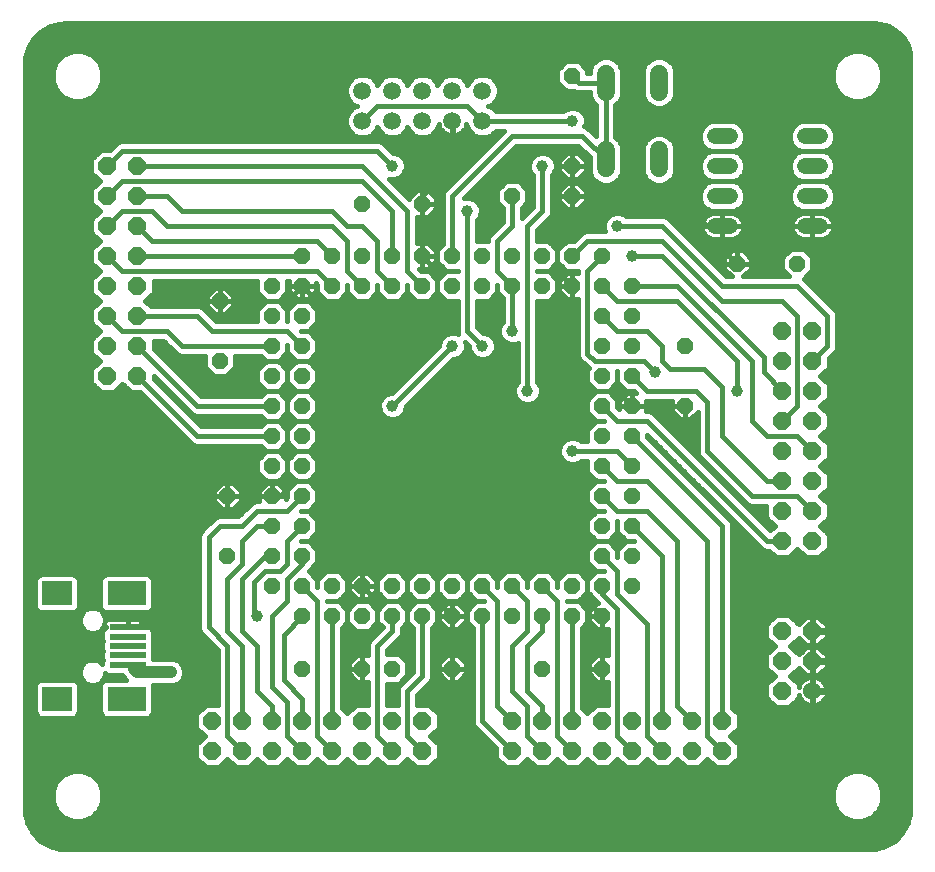
<source format=gtl>
G75*
G70*
%OFA0B0*%
%FSLAX24Y24*%
%IPPOS*%
%LPD*%
%AMOC8*
5,1,8,0,0,1.08239X$1,22.5*
%
%ADD10C,0.0594*%
%ADD11C,0.0520*%
%ADD12C,0.0600*%
%ADD13OC8,0.0520*%
%ADD14R,0.0984X0.0787*%
%ADD15R,0.1299X0.0787*%
%ADD16R,0.1220X0.0197*%
%ADD17C,0.0600*%
%ADD18OC8,0.0600*%
%ADD19C,0.0160*%
%ADD20C,0.0396*%
%ADD21C,0.0400*%
%ADD22C,0.0200*%
D10*
X013180Y027180D03*
X013180Y028180D03*
X014180Y028180D03*
X014180Y027180D03*
X015180Y027180D03*
X015180Y028180D03*
X016180Y028180D03*
X016180Y027180D03*
X017180Y027180D03*
X017180Y028180D03*
D11*
X024920Y026680D02*
X025440Y026680D01*
X025440Y025680D02*
X024920Y025680D01*
X024920Y024680D02*
X025440Y024680D01*
X025440Y023680D02*
X024920Y023680D01*
X027920Y023680D02*
X028440Y023680D01*
X028440Y024680D02*
X027920Y024680D01*
X027920Y025680D02*
X028440Y025680D01*
X028440Y026680D02*
X027920Y026680D01*
D12*
X023070Y026200D02*
X023070Y025600D01*
X021290Y025600D02*
X021290Y026200D01*
X021290Y028160D02*
X021290Y028760D01*
X023070Y028760D02*
X023070Y028160D01*
D13*
X020180Y028680D03*
X020180Y025680D03*
X020180Y024680D03*
X020180Y022680D03*
X020180Y021680D03*
X019180Y021680D03*
X019180Y022680D03*
X018180Y022680D03*
X018180Y021680D03*
X017180Y021680D03*
X017180Y022680D03*
X016180Y022680D03*
X016180Y021680D03*
X015180Y021680D03*
X015180Y022680D03*
X014180Y022680D03*
X014180Y021680D03*
X013180Y021680D03*
X013180Y022680D03*
X012180Y022680D03*
X012180Y021680D03*
X011180Y021680D03*
X011180Y020680D03*
X011180Y019680D03*
X011180Y018680D03*
X011180Y017680D03*
X011180Y016680D03*
X011180Y015680D03*
X011180Y014680D03*
X011180Y013680D03*
X011180Y012680D03*
X011180Y011680D03*
X011180Y010680D03*
X012180Y010680D03*
X012180Y011680D03*
X013180Y011680D03*
X013180Y010680D03*
X014180Y010680D03*
X014180Y011680D03*
X015180Y011680D03*
X015180Y010680D03*
X016180Y010680D03*
X016180Y011680D03*
X017180Y011680D03*
X017180Y010680D03*
X018180Y010680D03*
X018180Y011680D03*
X019180Y011680D03*
X019180Y010680D03*
X020180Y010680D03*
X020180Y011680D03*
X021180Y011680D03*
X021180Y010680D03*
X022180Y011680D03*
X022180Y012680D03*
X022180Y013680D03*
X022180Y014680D03*
X022180Y015680D03*
X022180Y016680D03*
X022180Y017680D03*
X022180Y018680D03*
X022180Y019680D03*
X022180Y020680D03*
X022180Y021680D03*
X021180Y021680D03*
X021180Y020680D03*
X021180Y019680D03*
X021180Y018680D03*
X021180Y017680D03*
X021180Y016680D03*
X021180Y015680D03*
X021180Y014680D03*
X021180Y013680D03*
X021180Y012680D03*
X021180Y008930D03*
X019180Y008930D03*
X016180Y008930D03*
X014180Y008930D03*
X013180Y008930D03*
X011180Y008930D03*
X010180Y011680D03*
X010180Y012680D03*
X010180Y013680D03*
X010180Y014680D03*
X010180Y015680D03*
X010180Y016680D03*
X010180Y017680D03*
X010180Y018680D03*
X010180Y019680D03*
X010180Y020680D03*
X010180Y021680D03*
X011180Y022680D03*
X013180Y024430D03*
X015180Y024430D03*
X018180Y024680D03*
X021180Y022680D03*
X023930Y019680D03*
X023930Y017680D03*
X025680Y022430D03*
X027680Y022430D03*
X008680Y014680D03*
X008680Y012680D03*
X008430Y019180D03*
X008430Y021180D03*
D14*
X002999Y011432D03*
X002999Y007928D03*
D15*
X005322Y007928D03*
X005322Y011432D03*
D16*
X005361Y010310D03*
X005361Y009995D03*
X005361Y009680D03*
X005361Y009365D03*
X005361Y009050D03*
D17*
X028180Y008180D03*
D18*
X028180Y009180D03*
X028180Y010180D03*
X027180Y010180D03*
X027180Y009180D03*
X027180Y008180D03*
X025180Y007180D03*
X025180Y006180D03*
X024180Y006180D03*
X024180Y007180D03*
X023180Y007180D03*
X023180Y006180D03*
X022180Y006180D03*
X022180Y007180D03*
X021180Y007180D03*
X021180Y006180D03*
X020180Y006180D03*
X020180Y007180D03*
X019180Y007180D03*
X019180Y006180D03*
X018180Y006180D03*
X018180Y007180D03*
X015180Y007180D03*
X015180Y006180D03*
X014180Y006180D03*
X014180Y007180D03*
X013180Y007180D03*
X013180Y006180D03*
X012180Y006180D03*
X012180Y007180D03*
X011180Y007180D03*
X011180Y006180D03*
X010180Y006180D03*
X010180Y007180D03*
X009180Y007180D03*
X009180Y006180D03*
X008180Y006180D03*
X008180Y007180D03*
X005680Y018680D03*
X005680Y019680D03*
X005680Y020680D03*
X005680Y021680D03*
X005680Y022680D03*
X005680Y023680D03*
X005680Y024680D03*
X005680Y025680D03*
X004680Y025680D03*
X004680Y024680D03*
X004680Y023680D03*
X004680Y022680D03*
X004680Y021680D03*
X004680Y020680D03*
X004680Y019680D03*
X004680Y018680D03*
X027180Y018180D03*
X027180Y017180D03*
X027180Y016180D03*
X027180Y015180D03*
X027180Y014180D03*
X027180Y013180D03*
X028180Y013180D03*
X028180Y014180D03*
X028180Y015180D03*
X028180Y016180D03*
X028180Y017180D03*
X028180Y018180D03*
X028180Y019180D03*
X028180Y020180D03*
X027180Y020180D03*
X027180Y019180D03*
D19*
X002748Y003022D02*
X002445Y003197D01*
X002197Y003445D01*
X002022Y003748D01*
X001931Y004086D01*
X001920Y004261D01*
X001920Y029099D01*
X001931Y029274D01*
X002022Y029612D01*
X002197Y029915D01*
X002445Y030163D01*
X002748Y030338D01*
X003086Y030429D01*
X003261Y030440D01*
X030266Y030440D01*
X030419Y030430D01*
X030715Y030351D01*
X030981Y030197D01*
X031197Y029981D01*
X031351Y029715D01*
X031430Y029419D01*
X031440Y029266D01*
X031440Y004261D01*
X031429Y004086D01*
X031338Y003748D01*
X031163Y003445D01*
X030915Y003197D01*
X030612Y003022D01*
X030274Y002931D01*
X030099Y002920D01*
X003261Y002920D01*
X003086Y002931D01*
X002748Y003022D01*
X002748Y003022D01*
X002842Y002997D02*
X030518Y002997D01*
X030843Y003156D02*
X002517Y003156D01*
X002328Y003314D02*
X031032Y003314D01*
X031179Y003473D02*
X002181Y003473D01*
X002090Y003631D02*
X031270Y003631D01*
X031349Y003790D02*
X002011Y003790D01*
X001968Y003948D02*
X003277Y003948D01*
X003210Y003976D02*
X003515Y003849D01*
X003845Y003849D01*
X004150Y003976D01*
X004384Y004210D01*
X004511Y004515D01*
X004511Y004845D01*
X004384Y005150D01*
X004150Y005384D01*
X003845Y005511D01*
X003515Y005511D01*
X003210Y005384D01*
X002976Y005150D01*
X002849Y004845D01*
X002849Y004515D01*
X002976Y004210D01*
X003210Y003976D01*
X003079Y004107D02*
X001930Y004107D01*
X001920Y004265D02*
X002953Y004265D01*
X002887Y004424D02*
X001920Y004424D01*
X001920Y004582D02*
X002849Y004582D01*
X002849Y004741D02*
X001920Y004741D01*
X001920Y004899D02*
X002872Y004899D01*
X002937Y005058D02*
X001920Y005058D01*
X001920Y005216D02*
X003041Y005216D01*
X003200Y005375D02*
X001920Y005375D01*
X001920Y005533D02*
X031440Y005533D01*
X031440Y005375D02*
X030160Y005375D01*
X030150Y005384D02*
X029845Y005511D01*
X029515Y005511D01*
X029210Y005384D01*
X028976Y005150D01*
X028849Y004845D01*
X028849Y004515D01*
X028976Y004210D01*
X029210Y003976D01*
X029515Y003849D01*
X029845Y003849D01*
X030150Y003976D01*
X030384Y004210D01*
X030511Y004515D01*
X030511Y004845D01*
X030384Y005150D01*
X030150Y005384D01*
X030319Y005216D02*
X031440Y005216D01*
X031440Y005058D02*
X030423Y005058D01*
X030488Y004899D02*
X031440Y004899D01*
X031440Y004741D02*
X030511Y004741D01*
X030511Y004582D02*
X031440Y004582D01*
X031440Y004424D02*
X030473Y004424D01*
X030407Y004265D02*
X031440Y004265D01*
X031430Y004107D02*
X030281Y004107D01*
X030083Y003948D02*
X031392Y003948D01*
X031440Y005692D02*
X025455Y005692D01*
X025404Y005640D02*
X025720Y005956D01*
X025720Y006404D01*
X025444Y006680D01*
X025720Y006956D01*
X025720Y007404D01*
X025500Y007624D01*
X025500Y013744D01*
X025451Y013861D01*
X022680Y016633D01*
X022680Y016727D01*
X026499Y012909D01*
X026616Y012860D01*
X026736Y012860D01*
X026956Y012640D01*
X027404Y012640D01*
X027680Y012916D01*
X027956Y012640D01*
X028404Y012640D01*
X028720Y012956D01*
X028720Y013404D01*
X028444Y013680D01*
X028720Y013956D01*
X028720Y014404D01*
X028444Y014680D01*
X028720Y014956D01*
X028720Y015404D01*
X028444Y015680D01*
X028720Y015956D01*
X028720Y016404D01*
X028444Y016680D01*
X028720Y016956D01*
X028720Y017404D01*
X028444Y017680D01*
X028720Y017956D01*
X028720Y018404D01*
X028444Y018680D01*
X028720Y018956D01*
X028720Y019267D01*
X028951Y019499D01*
X029000Y019616D01*
X029000Y020744D01*
X028951Y020861D01*
X028861Y020951D01*
X027883Y021930D01*
X027887Y021930D01*
X028180Y022223D01*
X028180Y022637D01*
X027887Y022930D01*
X027473Y022930D01*
X027180Y022637D01*
X027180Y022223D01*
X027403Y022000D01*
X025872Y022000D01*
X026120Y022248D01*
X026120Y022430D01*
X026120Y022612D01*
X025862Y022870D01*
X025680Y022870D01*
X025680Y022430D01*
X025180Y022930D01*
X025180Y023680D01*
X024680Y023680D01*
X024180Y024180D01*
X020180Y024180D01*
X019680Y023680D01*
X019680Y022180D01*
X020180Y021680D01*
X020180Y020180D01*
X019680Y019680D01*
X019680Y018180D01*
X017180Y015680D01*
X013180Y015680D01*
X012680Y016180D01*
X012680Y019180D01*
X014180Y019180D01*
X015680Y020680D01*
X015680Y022180D01*
X015180Y022680D01*
X015180Y024430D01*
X015180Y024680D01*
X016180Y025680D01*
X016180Y027180D01*
X016198Y027162D02*
X016198Y026703D01*
X016218Y026703D01*
X016292Y026715D01*
X016363Y026738D01*
X016430Y026772D01*
X016491Y026816D01*
X016544Y026869D01*
X016588Y026930D01*
X016622Y026997D01*
X016645Y027068D01*
X016645Y027068D01*
X016725Y026876D01*
X016876Y026725D01*
X017073Y026643D01*
X017287Y026643D01*
X017484Y026725D01*
X017619Y026860D01*
X017907Y026860D01*
X015909Y024861D01*
X015860Y024744D01*
X015860Y023067D01*
X015680Y022887D01*
X015680Y022473D01*
X015973Y022180D01*
X015680Y021887D01*
X015680Y021473D01*
X015973Y021180D01*
X016360Y021180D01*
X016360Y020116D01*
X016378Y020072D01*
X016267Y020118D01*
X016093Y020118D01*
X015932Y020051D01*
X015809Y019928D01*
X015742Y019767D01*
X015742Y019694D01*
X014166Y018118D01*
X014093Y018118D01*
X013932Y018051D01*
X013809Y017928D01*
X013742Y017767D01*
X013742Y017593D01*
X013809Y017432D01*
X013932Y017309D01*
X014093Y017242D01*
X014267Y017242D01*
X014428Y017309D01*
X014551Y017432D01*
X014618Y017593D01*
X014618Y017666D01*
X016194Y019242D01*
X016267Y019242D01*
X016428Y019309D01*
X016551Y019432D01*
X016618Y019593D01*
X016618Y019767D01*
X016602Y019805D01*
X016742Y019666D01*
X016742Y019593D01*
X016809Y019432D01*
X016932Y019309D01*
X017093Y019242D01*
X017267Y019242D01*
X017428Y019309D01*
X017551Y019432D01*
X017618Y019593D01*
X017618Y019767D01*
X017551Y019928D01*
X017428Y020051D01*
X017267Y020118D01*
X017194Y020118D01*
X017000Y020313D01*
X017000Y021180D01*
X017387Y021180D01*
X017680Y021473D01*
X017860Y021293D01*
X017860Y020480D01*
X017809Y020428D01*
X017742Y020267D01*
X017742Y020093D01*
X017809Y019932D01*
X017932Y019809D01*
X018093Y019742D01*
X018267Y019742D01*
X018360Y019780D01*
X018360Y018480D01*
X018309Y018428D01*
X018242Y018267D01*
X018242Y018093D01*
X018309Y017932D01*
X018432Y017809D01*
X018593Y017742D01*
X018767Y017742D01*
X018928Y017809D01*
X019051Y017932D01*
X019118Y018093D01*
X019118Y018267D01*
X019051Y018428D01*
X019000Y018480D01*
X019000Y021180D01*
X019387Y021180D01*
X019680Y021473D01*
X019680Y021887D01*
X019387Y022180D01*
X019680Y022473D01*
X019680Y022887D01*
X019387Y023180D01*
X019000Y023180D01*
X019000Y023547D01*
X019451Y023999D01*
X019500Y024116D01*
X019500Y025380D01*
X019551Y025432D01*
X019618Y025593D01*
X019618Y025767D01*
X019551Y025928D01*
X019428Y026051D01*
X019267Y026118D01*
X019093Y026118D01*
X018932Y026051D01*
X018809Y025928D01*
X018742Y025767D01*
X018742Y025593D01*
X018809Y025432D01*
X018860Y025380D01*
X018860Y024313D01*
X018500Y023953D01*
X018500Y024293D01*
X018680Y024473D01*
X018680Y024887D01*
X018387Y025180D01*
X017973Y025180D01*
X017680Y024887D01*
X017680Y024473D01*
X017860Y024293D01*
X017860Y023813D01*
X017499Y023451D01*
X017409Y023361D01*
X017360Y023244D01*
X017360Y023180D01*
X017000Y023180D01*
X017000Y023880D01*
X017051Y023932D01*
X017118Y024093D01*
X017118Y024267D01*
X017051Y024428D01*
X016928Y024551D01*
X016767Y024618D01*
X016593Y024618D01*
X016555Y024602D01*
X018313Y026360D01*
X020377Y026360D01*
X020750Y025987D01*
X020750Y025493D01*
X020832Y025294D01*
X020984Y025142D01*
X021183Y025060D01*
X021397Y025060D01*
X021596Y025142D01*
X021748Y025294D01*
X021830Y025493D01*
X021830Y026307D01*
X021748Y026506D01*
X021610Y026644D01*
X021610Y027716D01*
X021748Y027854D01*
X021830Y028053D01*
X021830Y028867D01*
X021748Y029066D01*
X021596Y029218D01*
X021397Y029300D01*
X021183Y029300D01*
X020984Y029218D01*
X020832Y029066D01*
X020750Y028867D01*
X020750Y028780D01*
X020680Y028780D01*
X020680Y028887D01*
X020387Y029180D01*
X019973Y029180D01*
X019680Y028887D01*
X019680Y028473D01*
X019973Y028180D01*
X020240Y028180D01*
X020336Y028140D01*
X020750Y028140D01*
X020750Y028053D01*
X020832Y027854D01*
X020970Y027716D01*
X020970Y026673D01*
X020691Y026951D01*
X020579Y026998D01*
X020618Y027093D01*
X020618Y027267D01*
X020551Y027428D01*
X020428Y027551D01*
X020267Y027618D01*
X020093Y027618D01*
X019932Y027551D01*
X019880Y027500D01*
X017619Y027500D01*
X017484Y027635D01*
X017376Y027680D01*
X017484Y027725D01*
X017635Y027876D01*
X017717Y028073D01*
X017717Y028287D01*
X017635Y028484D01*
X017484Y028635D01*
X017287Y028717D01*
X017073Y028717D01*
X016876Y028635D01*
X016725Y028484D01*
X016680Y028376D01*
X016635Y028484D01*
X016484Y028635D01*
X016287Y028717D01*
X016073Y028717D01*
X015876Y028635D01*
X015725Y028484D01*
X015680Y028376D01*
X015635Y028484D01*
X015484Y028635D01*
X015287Y028717D01*
X015073Y028717D01*
X014876Y028635D01*
X014725Y028484D01*
X014680Y028376D01*
X014635Y028484D01*
X014484Y028635D01*
X014287Y028717D01*
X014073Y028717D01*
X013876Y028635D01*
X013725Y028484D01*
X013680Y028376D01*
X013635Y028484D01*
X013484Y028635D01*
X013287Y028717D01*
X013073Y028717D01*
X012876Y028635D01*
X012725Y028484D01*
X012643Y028287D01*
X012643Y028073D01*
X012725Y027876D01*
X012876Y027725D01*
X012984Y027680D01*
X012876Y027635D01*
X012725Y027484D01*
X012643Y027287D01*
X012643Y027073D01*
X012725Y026876D01*
X012876Y026725D01*
X013073Y026643D01*
X013287Y026643D01*
X013484Y026725D01*
X013635Y026876D01*
X013680Y026984D01*
X013725Y026876D01*
X013876Y026725D01*
X014073Y026643D01*
X014287Y026643D01*
X014484Y026725D01*
X014635Y026876D01*
X014680Y026984D01*
X014725Y026876D01*
X014876Y026725D01*
X015073Y026643D01*
X015287Y026643D01*
X015484Y026725D01*
X015635Y026876D01*
X015715Y027068D01*
X015738Y026997D01*
X015772Y026930D01*
X015816Y026869D01*
X015869Y026816D01*
X015930Y026772D01*
X015997Y026738D01*
X016068Y026715D01*
X016142Y026703D01*
X016162Y026703D01*
X016162Y027162D01*
X016198Y027162D01*
X016198Y027089D02*
X016162Y027089D01*
X016162Y026931D02*
X016198Y026931D01*
X016198Y026772D02*
X016162Y026772D01*
X015930Y026772D02*
X015531Y026772D01*
X015658Y026931D02*
X015772Y026931D01*
X015715Y027068D02*
X015715Y027068D01*
X016430Y026772D02*
X016829Y026772D01*
X016702Y026931D02*
X016588Y026931D01*
X017180Y027180D02*
X016680Y027680D01*
X013680Y027680D01*
X013180Y027180D01*
X012693Y027406D02*
X001920Y027406D01*
X001920Y027248D02*
X012643Y027248D01*
X012643Y027089D02*
X001920Y027089D01*
X001920Y026931D02*
X012702Y026931D01*
X012829Y026772D02*
X001920Y026772D01*
X001920Y026614D02*
X017661Y026614D01*
X017531Y026772D02*
X017819Y026772D01*
X018180Y026680D02*
X020510Y026680D01*
X021290Y025900D01*
X021290Y028460D01*
X020400Y028460D01*
X020180Y028680D01*
X019796Y028357D02*
X017688Y028357D01*
X017717Y028199D02*
X019954Y028199D01*
X019680Y028516D02*
X017604Y028516D01*
X017390Y028674D02*
X019680Y028674D01*
X019680Y028833D02*
X004511Y028833D01*
X004511Y028845D02*
X004384Y029150D01*
X004150Y029384D01*
X003845Y029511D01*
X003515Y029511D01*
X003210Y029384D01*
X002976Y029150D01*
X002849Y028845D01*
X002849Y028515D01*
X002976Y028210D01*
X003210Y027976D01*
X003515Y027849D01*
X003845Y027849D01*
X004150Y027976D01*
X004384Y028210D01*
X004511Y028515D01*
X004511Y028845D01*
X004450Y028991D02*
X019784Y028991D01*
X019942Y029150D02*
X004384Y029150D01*
X004227Y029308D02*
X029133Y029308D01*
X029210Y029384D02*
X028976Y029150D01*
X028849Y028845D01*
X028849Y028515D01*
X028976Y028210D01*
X029210Y027976D01*
X029515Y027849D01*
X029845Y027849D01*
X030150Y027976D01*
X030384Y028210D01*
X030511Y028515D01*
X030511Y028845D01*
X030384Y029150D01*
X030150Y029384D01*
X029845Y029511D01*
X029515Y029511D01*
X029210Y029384D01*
X029409Y029467D02*
X003951Y029467D01*
X003409Y029467D02*
X001983Y029467D01*
X001941Y029308D02*
X003133Y029308D01*
X002976Y029150D02*
X001923Y029150D01*
X001920Y028991D02*
X002910Y028991D01*
X002849Y028833D02*
X001920Y028833D01*
X001920Y028674D02*
X002849Y028674D01*
X002849Y028516D02*
X001920Y028516D01*
X001920Y028357D02*
X002915Y028357D01*
X002987Y028199D02*
X001920Y028199D01*
X001920Y028040D02*
X003145Y028040D01*
X003437Y027882D02*
X001920Y027882D01*
X001920Y027723D02*
X012880Y027723D01*
X012805Y027565D02*
X001920Y027565D01*
X001920Y026455D02*
X005008Y026455D01*
X004999Y026451D02*
X005116Y026500D01*
X013744Y026500D01*
X013861Y026451D01*
X013951Y026361D01*
X014194Y026118D01*
X014267Y026118D01*
X014428Y026051D01*
X014551Y025928D01*
X014618Y025767D01*
X014618Y025593D01*
X014551Y025432D01*
X014428Y025309D01*
X014267Y025242D01*
X014093Y025242D01*
X014055Y025258D01*
X014740Y024573D01*
X014740Y024612D01*
X014998Y024870D01*
X015180Y024870D01*
X015362Y024870D01*
X015620Y024612D01*
X015620Y024430D01*
X015180Y024430D01*
X015180Y024430D01*
X015180Y024430D01*
X015180Y024870D01*
X015180Y024430D01*
X015620Y024430D01*
X015620Y024248D01*
X015362Y023990D01*
X015180Y023990D01*
X015180Y024430D01*
X015180Y024430D01*
X015180Y023990D01*
X015000Y023990D01*
X015000Y023120D01*
X015180Y023120D01*
X015180Y022680D01*
X015180Y022680D01*
X015620Y022680D01*
X015620Y022862D01*
X015362Y023120D01*
X015180Y023120D01*
X015180Y022680D01*
X015180Y022680D01*
X015620Y022680D01*
X015620Y022498D01*
X015362Y022240D01*
X015180Y022240D01*
X015180Y022680D01*
X015180Y022680D01*
X015180Y022240D01*
X015073Y022240D01*
X015133Y022180D01*
X015387Y022180D01*
X015680Y021887D01*
X015680Y021473D01*
X015387Y021180D01*
X014973Y021180D01*
X014680Y021473D01*
X014680Y021727D01*
X014680Y021727D01*
X014680Y021473D01*
X014387Y021180D01*
X013973Y021180D01*
X013680Y021473D01*
X013680Y021727D01*
X013680Y021727D01*
X013680Y021473D01*
X013387Y021180D01*
X012973Y021180D01*
X012680Y021473D01*
X012680Y021727D01*
X012680Y021727D01*
X012680Y021473D01*
X012387Y021180D01*
X011973Y021180D01*
X011680Y021473D01*
X011680Y021727D01*
X011620Y021787D01*
X011620Y021680D01*
X011180Y021680D01*
X012180Y020680D01*
X012180Y019680D01*
X012680Y019180D01*
X011680Y018887D02*
X011680Y018473D01*
X011387Y018180D01*
X010973Y018180D01*
X010680Y018473D01*
X010387Y018180D01*
X009973Y018180D01*
X009793Y018000D01*
X007813Y018000D01*
X006220Y019593D01*
X006220Y019860D01*
X006547Y019860D01*
X006999Y019409D01*
X007116Y019360D01*
X007930Y019360D01*
X007930Y018973D01*
X008223Y018680D01*
X008637Y018680D01*
X008930Y018973D01*
X008930Y019360D01*
X009793Y019360D01*
X009973Y019180D01*
X010387Y019180D01*
X010680Y019473D01*
X010973Y019180D01*
X011387Y019180D01*
X011680Y019473D01*
X011680Y019887D01*
X011387Y020180D01*
X011680Y020473D01*
X011680Y020887D01*
X011387Y021180D01*
X010973Y021180D01*
X010680Y020887D01*
X010387Y021180D01*
X010680Y021473D01*
X010680Y021860D01*
X010740Y021860D01*
X010740Y021680D01*
X011180Y021680D01*
X010680Y021180D01*
X008430Y021180D01*
X008430Y021180D01*
X008430Y021620D01*
X008612Y021620D01*
X008870Y021362D01*
X008870Y021180D01*
X008430Y021180D01*
X008430Y021180D01*
X008430Y021180D01*
X007990Y021180D01*
X007990Y021362D01*
X008248Y021620D01*
X008430Y021620D01*
X008430Y021180D01*
X008870Y021180D01*
X008870Y020998D01*
X008612Y020740D01*
X008430Y020740D01*
X008430Y021180D01*
X008430Y021180D01*
X007990Y021180D01*
X007990Y020998D01*
X008248Y020740D01*
X008430Y020740D01*
X008430Y021180D01*
X008430Y021225D02*
X008430Y021225D01*
X008430Y021383D02*
X008430Y021383D01*
X008430Y021542D02*
X008430Y021542D01*
X008691Y021542D02*
X009680Y021542D01*
X009680Y021473D02*
X009973Y021180D01*
X010387Y021180D01*
X009973Y021180D01*
X009680Y020887D01*
X009680Y020500D01*
X008313Y020500D01*
X007861Y020951D01*
X007744Y021000D01*
X006124Y021000D01*
X005944Y021180D01*
X006220Y021456D01*
X006220Y021860D01*
X009680Y021860D01*
X009680Y021473D01*
X009770Y021383D02*
X008849Y021383D01*
X008870Y021225D02*
X009928Y021225D01*
X009859Y021066D02*
X008870Y021066D01*
X008780Y020908D02*
X009700Y020908D01*
X009680Y020749D02*
X008621Y020749D01*
X008430Y020749D02*
X008430Y020749D01*
X008430Y020908D02*
X008430Y020908D01*
X008430Y021066D02*
X008430Y021066D01*
X008239Y020749D02*
X008064Y020749D01*
X008080Y020908D02*
X007905Y020908D01*
X007990Y021066D02*
X006058Y021066D01*
X005988Y021225D02*
X007990Y021225D01*
X008011Y021383D02*
X006147Y021383D01*
X006220Y021542D02*
X008169Y021542D01*
X008222Y020591D02*
X009680Y020591D01*
X010501Y021066D02*
X010859Y021066D01*
X010998Y021240D02*
X011180Y021240D01*
X011362Y021240D01*
X011620Y021498D01*
X011620Y021680D01*
X011180Y021680D01*
X011180Y021680D01*
X011180Y021240D01*
X011180Y021680D01*
X011180Y021680D01*
X011180Y021680D01*
X010740Y021680D01*
X010740Y021498D01*
X010998Y021240D01*
X010855Y021383D02*
X010590Y021383D01*
X010680Y021542D02*
X010740Y021542D01*
X010740Y021700D02*
X010680Y021700D01*
X010680Y021859D02*
X010740Y021859D01*
X011180Y021542D02*
X011180Y021542D01*
X011180Y021383D02*
X011180Y021383D01*
X011505Y021383D02*
X011770Y021383D01*
X011680Y021542D02*
X011620Y021542D01*
X011620Y021700D02*
X011680Y021700D01*
X011680Y022180D02*
X005180Y022180D01*
X004680Y022680D01*
X004363Y023127D02*
X001920Y023127D01*
X001920Y023285D02*
X004311Y023285D01*
X004416Y023180D02*
X004140Y022904D01*
X004140Y022456D01*
X004416Y022180D01*
X004140Y021904D01*
X004140Y021456D01*
X004416Y021180D01*
X004140Y020904D01*
X004140Y020456D01*
X004416Y020180D01*
X004140Y019904D01*
X004140Y019456D01*
X004416Y019180D01*
X004140Y018904D01*
X004140Y018456D01*
X004456Y018140D01*
X004904Y018140D01*
X005180Y018416D01*
X005456Y018140D01*
X005767Y018140D01*
X007499Y016409D01*
X007616Y016360D01*
X009793Y016360D01*
X009973Y016180D01*
X010387Y016180D01*
X010680Y016473D01*
X010680Y016887D01*
X010387Y017180D01*
X010680Y017473D01*
X010680Y017887D01*
X010387Y018180D01*
X009973Y018180D01*
X009680Y018473D01*
X009680Y018887D01*
X009973Y019180D01*
X010387Y019180D01*
X010680Y018887D01*
X010680Y018473D01*
X010680Y018887D01*
X010973Y019180D01*
X011387Y019180D01*
X011680Y018887D01*
X011680Y018847D02*
X014894Y018847D01*
X014736Y018689D02*
X011680Y018689D01*
X011680Y018530D02*
X014577Y018530D01*
X014419Y018372D02*
X011579Y018372D01*
X011420Y018213D02*
X014260Y018213D01*
X013939Y018055D02*
X011513Y018055D01*
X011387Y018180D02*
X010973Y018180D01*
X010680Y017887D01*
X010680Y017473D01*
X010973Y017180D01*
X011387Y017180D01*
X011680Y017473D01*
X011680Y017887D01*
X011387Y018180D01*
X011671Y017896D02*
X013795Y017896D01*
X013742Y017738D02*
X011680Y017738D01*
X011680Y017579D02*
X013748Y017579D01*
X013820Y017421D02*
X011628Y017421D01*
X011469Y017262D02*
X014044Y017262D01*
X014316Y017262D02*
X020891Y017262D01*
X020973Y017180D02*
X021227Y017180D01*
X021227Y017180D01*
X020973Y017180D01*
X020680Y016887D01*
X020680Y016500D01*
X020480Y016500D01*
X020428Y016551D01*
X020267Y016618D01*
X020093Y016618D01*
X019932Y016551D01*
X019809Y016428D01*
X019742Y016267D01*
X019742Y016093D01*
X019809Y015932D01*
X019932Y015809D01*
X020093Y015742D01*
X020267Y015742D01*
X020428Y015809D01*
X020480Y015860D01*
X020680Y015860D01*
X020680Y015473D01*
X020973Y015180D01*
X020680Y014887D01*
X020680Y014473D01*
X020973Y014180D01*
X020680Y013887D01*
X020680Y013473D01*
X020973Y013180D01*
X020680Y012887D01*
X020680Y012473D01*
X020973Y012180D01*
X020680Y011887D01*
X020387Y012180D01*
X019973Y012180D01*
X019680Y011887D01*
X019387Y012180D01*
X018973Y012180D01*
X018680Y011887D01*
X018387Y012180D01*
X017973Y012180D01*
X017680Y011887D01*
X017387Y012180D01*
X016973Y012180D01*
X016680Y011887D01*
X016387Y012180D01*
X015973Y012180D01*
X015680Y011887D01*
X015680Y011473D01*
X015973Y011180D01*
X016387Y011180D01*
X016680Y011473D01*
X016680Y011887D01*
X016680Y011473D01*
X016973Y011180D01*
X016680Y010887D01*
X016680Y010473D01*
X016860Y010293D01*
X016860Y007116D01*
X016909Y006999D01*
X017640Y006267D01*
X017640Y005956D01*
X017956Y005640D01*
X018404Y005640D01*
X018680Y005916D01*
X018956Y005640D01*
X019404Y005640D01*
X019680Y005916D01*
X019956Y005640D01*
X020404Y005640D01*
X020680Y005916D01*
X020956Y005640D01*
X021404Y005640D01*
X021680Y005916D01*
X021956Y005640D01*
X022404Y005640D01*
X022680Y005916D01*
X022956Y005640D01*
X023404Y005640D01*
X023680Y005916D01*
X023956Y005640D01*
X024404Y005640D01*
X024680Y005916D01*
X024956Y005640D01*
X025404Y005640D01*
X025614Y005850D02*
X031440Y005850D01*
X031440Y006009D02*
X025720Y006009D01*
X025720Y006167D02*
X031440Y006167D01*
X031440Y006326D02*
X025720Y006326D01*
X025640Y006484D02*
X031440Y006484D01*
X031440Y006643D02*
X025481Y006643D01*
X025565Y006801D02*
X031440Y006801D01*
X031440Y006960D02*
X025720Y006960D01*
X025720Y007118D02*
X031440Y007118D01*
X031440Y007277D02*
X025720Y007277D01*
X025689Y007435D02*
X031440Y007435D01*
X031440Y007594D02*
X025530Y007594D01*
X025500Y007752D02*
X026844Y007752D01*
X026956Y007640D02*
X027404Y007640D01*
X027720Y007956D01*
X027720Y008042D01*
X027735Y007996D01*
X027769Y007928D01*
X027814Y007867D01*
X027867Y007814D01*
X027928Y007769D01*
X027996Y007735D01*
X028068Y007712D01*
X028142Y007700D01*
X028160Y007700D01*
X028160Y008160D01*
X028200Y008160D01*
X028200Y008200D01*
X028160Y008200D01*
X028160Y008660D01*
X028142Y008660D01*
X028068Y008648D01*
X027996Y008625D01*
X027928Y008591D01*
X027867Y008546D01*
X027814Y008493D01*
X027769Y008432D01*
X027735Y008364D01*
X027720Y008318D01*
X027720Y008404D01*
X027444Y008680D01*
X027720Y008956D01*
X027720Y008961D01*
X027981Y008700D01*
X028160Y008700D01*
X028160Y009160D01*
X028200Y009160D01*
X028200Y009200D01*
X028160Y009200D01*
X028160Y009660D01*
X027981Y009660D01*
X027720Y009399D01*
X027720Y009404D01*
X027444Y009680D01*
X027720Y009956D01*
X027720Y009961D01*
X027981Y009700D01*
X028160Y009700D01*
X028160Y010160D01*
X028200Y010160D01*
X028200Y010200D01*
X028160Y010200D01*
X028160Y010660D01*
X027981Y010660D01*
X027720Y010399D01*
X027720Y010404D01*
X027404Y010720D01*
X026956Y010720D01*
X026640Y010404D01*
X026640Y009956D01*
X026916Y009680D01*
X026640Y009404D01*
X026640Y008956D01*
X026916Y008680D01*
X026640Y008404D01*
X026640Y007956D01*
X026956Y007640D01*
X026686Y007911D02*
X025500Y007911D01*
X025500Y008069D02*
X026640Y008069D01*
X026640Y008228D02*
X025500Y008228D01*
X025500Y008386D02*
X026640Y008386D01*
X026781Y008545D02*
X025500Y008545D01*
X025500Y008703D02*
X026893Y008703D01*
X026735Y008862D02*
X025500Y008862D01*
X025500Y009020D02*
X026640Y009020D01*
X026640Y009179D02*
X025500Y009179D01*
X025500Y009337D02*
X026640Y009337D01*
X026732Y009496D02*
X025500Y009496D01*
X025500Y009654D02*
X026890Y009654D01*
X026784Y009813D02*
X025500Y009813D01*
X025500Y009971D02*
X026640Y009971D01*
X026640Y010130D02*
X025500Y010130D01*
X025500Y010288D02*
X026640Y010288D01*
X026683Y010447D02*
X025500Y010447D01*
X025500Y010605D02*
X026841Y010605D01*
X027519Y010605D02*
X027926Y010605D01*
X027768Y010447D02*
X027677Y010447D01*
X027576Y009813D02*
X027869Y009813D01*
X027975Y009654D02*
X027470Y009654D01*
X027628Y009496D02*
X027817Y009496D01*
X028160Y009496D02*
X028200Y009496D01*
X028200Y009654D02*
X028160Y009654D01*
X028200Y009660D02*
X028200Y009200D01*
X028660Y009200D01*
X028660Y009379D01*
X028379Y009660D01*
X028200Y009660D01*
X028200Y009700D02*
X028379Y009700D01*
X028660Y009981D01*
X028660Y010160D01*
X028200Y010160D01*
X028200Y009700D01*
X028200Y009813D02*
X028160Y009813D01*
X028160Y009971D02*
X028200Y009971D01*
X028200Y010130D02*
X028160Y010130D01*
X028200Y010200D02*
X028660Y010200D01*
X028660Y010379D01*
X028379Y010660D01*
X028200Y010660D01*
X028200Y010200D01*
X028200Y010288D02*
X028160Y010288D01*
X028160Y010447D02*
X028200Y010447D01*
X028200Y010605D02*
X028160Y010605D01*
X028434Y010605D02*
X031440Y010605D01*
X031440Y010447D02*
X028592Y010447D01*
X028660Y010288D02*
X031440Y010288D01*
X031440Y010130D02*
X028660Y010130D01*
X028650Y009971D02*
X031440Y009971D01*
X031440Y009813D02*
X028491Y009813D01*
X028385Y009654D02*
X031440Y009654D01*
X031440Y009496D02*
X028543Y009496D01*
X028660Y009337D02*
X031440Y009337D01*
X031440Y009179D02*
X028200Y009179D01*
X028200Y009160D02*
X028660Y009160D01*
X028660Y008981D01*
X028379Y008700D01*
X028200Y008700D01*
X028200Y009160D01*
X028200Y009020D02*
X028160Y009020D01*
X028160Y008862D02*
X028200Y008862D01*
X028200Y008703D02*
X028160Y008703D01*
X028200Y008660D02*
X028200Y008200D01*
X028660Y008200D01*
X028660Y008218D01*
X028648Y008292D01*
X028625Y008364D01*
X028591Y008432D01*
X028546Y008493D01*
X028493Y008546D01*
X028432Y008591D01*
X028364Y008625D01*
X028292Y008648D01*
X028218Y008660D01*
X028200Y008660D01*
X028200Y008545D02*
X028160Y008545D01*
X028160Y008386D02*
X028200Y008386D01*
X028200Y008228D02*
X028160Y008228D01*
X028200Y008160D02*
X028660Y008160D01*
X028660Y008142D01*
X028648Y008068D01*
X028625Y007996D01*
X028591Y007928D01*
X028546Y007867D01*
X028493Y007814D01*
X028432Y007769D01*
X028364Y007735D01*
X028292Y007712D01*
X028218Y007700D01*
X028200Y007700D01*
X028200Y008160D01*
X028200Y008069D02*
X028160Y008069D01*
X028160Y007911D02*
X028200Y007911D01*
X028200Y007752D02*
X028160Y007752D01*
X027963Y007752D02*
X027516Y007752D01*
X027674Y007911D02*
X027782Y007911D01*
X027746Y008386D02*
X027720Y008386D01*
X027579Y008545D02*
X027866Y008545D01*
X027978Y008703D02*
X027467Y008703D01*
X027625Y008862D02*
X027820Y008862D01*
X028160Y009337D02*
X028200Y009337D01*
X028660Y009020D02*
X031440Y009020D01*
X031440Y008862D02*
X028540Y008862D01*
X028382Y008703D02*
X031440Y008703D01*
X031440Y008545D02*
X028494Y008545D01*
X028614Y008386D02*
X031440Y008386D01*
X031440Y008228D02*
X028658Y008228D01*
X028648Y008069D02*
X031440Y008069D01*
X031440Y007911D02*
X028578Y007911D01*
X028397Y007752D02*
X031440Y007752D01*
X029200Y005375D02*
X004160Y005375D01*
X004319Y005216D02*
X029041Y005216D01*
X028937Y005058D02*
X004423Y005058D01*
X004488Y004899D02*
X028872Y004899D01*
X028849Y004741D02*
X004511Y004741D01*
X004511Y004582D02*
X028849Y004582D01*
X028887Y004424D02*
X004473Y004424D01*
X004407Y004265D02*
X028953Y004265D01*
X029079Y004107D02*
X004281Y004107D01*
X004083Y003948D02*
X029277Y003948D01*
X025180Y006180D02*
X024680Y006680D01*
X024680Y013180D01*
X022680Y015180D01*
X021680Y015180D01*
X021180Y015680D01*
X021227Y015180D02*
X020973Y015180D01*
X021227Y015180D01*
X021227Y015180D01*
X020951Y015202D02*
X011409Y015202D01*
X011387Y015180D02*
X011680Y015473D01*
X011680Y015887D01*
X011387Y016180D01*
X011680Y016473D01*
X011680Y016887D01*
X011387Y017180D01*
X010973Y017180D01*
X010680Y016887D01*
X010680Y016473D01*
X010973Y016180D01*
X011387Y016180D01*
X010973Y016180D01*
X010680Y015887D01*
X010387Y016180D01*
X009973Y016180D01*
X009680Y015887D01*
X009680Y015473D01*
X009973Y015180D01*
X010387Y015180D01*
X010680Y015473D01*
X010680Y015887D01*
X010680Y015473D01*
X010973Y015180D01*
X011387Y015180D01*
X010973Y015180D01*
X010680Y014887D01*
X010680Y014633D01*
X010620Y014573D01*
X010620Y014680D01*
X010620Y014862D01*
X010362Y015120D01*
X010180Y015120D01*
X010180Y014680D01*
X010430Y014680D01*
X010930Y015180D01*
X012680Y015180D01*
X013180Y015680D01*
X012680Y015180D02*
X014180Y013680D01*
X014680Y013680D01*
X015680Y012680D01*
X020180Y012680D01*
X020680Y012180D01*
X020680Y011180D01*
X021180Y010680D01*
X021180Y008930D01*
X021180Y008930D01*
X021180Y009370D01*
X021360Y009370D01*
X021360Y010240D01*
X021180Y010240D01*
X021180Y010680D01*
X021180Y010680D01*
X021180Y010680D01*
X020740Y010680D01*
X020740Y010862D01*
X020998Y011120D01*
X021037Y011120D01*
X020977Y011180D01*
X020973Y011180D01*
X020680Y011473D01*
X020680Y011887D01*
X020680Y011473D01*
X020387Y011180D01*
X020000Y011180D01*
X020000Y011180D01*
X020387Y011180D01*
X020680Y010887D01*
X020680Y010473D01*
X020500Y010293D01*
X020500Y007624D01*
X020680Y007444D01*
X020956Y007720D01*
X021360Y007720D01*
X021360Y008490D01*
X021180Y008490D01*
X021180Y008930D01*
X021180Y008930D01*
X021180Y008930D01*
X020740Y008930D01*
X020740Y009112D01*
X020998Y009370D01*
X021180Y009370D01*
X021180Y008930D01*
X021180Y008490D01*
X020998Y008490D01*
X020740Y008748D01*
X020740Y008930D01*
X021180Y008930D01*
X021180Y008862D02*
X021180Y008862D01*
X021180Y009020D02*
X021180Y009020D01*
X021180Y009179D02*
X021180Y009179D01*
X021180Y009337D02*
X021180Y009337D01*
X020965Y009337D02*
X020500Y009337D01*
X020500Y009179D02*
X020806Y009179D01*
X020740Y009020D02*
X020500Y009020D01*
X020500Y008862D02*
X020740Y008862D01*
X020785Y008703D02*
X020500Y008703D01*
X020500Y008545D02*
X020943Y008545D01*
X021180Y008545D02*
X021180Y008545D01*
X021180Y008703D02*
X021180Y008703D01*
X021360Y008386D02*
X020500Y008386D01*
X020500Y008228D02*
X021360Y008228D01*
X021360Y008069D02*
X020500Y008069D01*
X020500Y007911D02*
X021360Y007911D01*
X021360Y007752D02*
X020500Y007752D01*
X020530Y007594D02*
X020830Y007594D01*
X020180Y007180D02*
X020180Y010680D01*
X020487Y011081D02*
X020958Y011081D01*
X020914Y011239D02*
X020446Y011239D01*
X020605Y011398D02*
X020755Y011398D01*
X020680Y011556D02*
X020680Y011556D01*
X020680Y011715D02*
X020680Y011715D01*
X020680Y011873D02*
X020680Y011873D01*
X020536Y012032D02*
X020824Y012032D01*
X020973Y012180D02*
X021227Y012180D01*
X021227Y012180D01*
X020973Y012180D01*
X020963Y012190D02*
X011397Y012190D01*
X011387Y012180D02*
X011680Y012473D01*
X011680Y012887D01*
X011387Y013180D01*
X011680Y013473D01*
X011680Y013887D01*
X011387Y014180D01*
X011680Y014473D01*
X011680Y014887D01*
X011387Y015180D01*
X011524Y015043D02*
X020836Y015043D01*
X020680Y014885D02*
X011680Y014885D01*
X011680Y014726D02*
X020680Y014726D01*
X020680Y014568D02*
X011680Y014568D01*
X011616Y014409D02*
X020744Y014409D01*
X020902Y014251D02*
X011458Y014251D01*
X011387Y014180D02*
X011133Y014180D01*
X011133Y014180D01*
X011387Y014180D01*
X011475Y014092D02*
X020885Y014092D01*
X020973Y014180D02*
X021227Y014180D01*
X021227Y014180D01*
X020973Y014180D01*
X020726Y013934D02*
X011634Y013934D01*
X011680Y013775D02*
X020680Y013775D01*
X020680Y013617D02*
X011680Y013617D01*
X011665Y013458D02*
X020695Y013458D01*
X020853Y013300D02*
X011507Y013300D01*
X011387Y013180D02*
X011133Y013180D01*
X011133Y013180D01*
X011387Y013180D01*
X011426Y013141D02*
X020934Y013141D01*
X020973Y013180D02*
X021387Y013180D01*
X021680Y012887D01*
X021680Y012633D01*
X021680Y012633D01*
X021680Y012887D01*
X021973Y013180D01*
X022227Y013180D01*
X022227Y013180D01*
X021973Y013180D01*
X021680Y013473D01*
X021680Y013860D01*
X021680Y013860D01*
X021680Y013473D01*
X021387Y013180D01*
X020973Y013180D01*
X020775Y012983D02*
X011585Y012983D01*
X011680Y012824D02*
X020680Y012824D01*
X020680Y012666D02*
X011680Y012666D01*
X011680Y012507D02*
X020680Y012507D01*
X020804Y012349D02*
X011556Y012349D01*
X011387Y012180D02*
X011383Y012180D01*
X011383Y012180D01*
X011387Y012180D01*
X011680Y011887D01*
X011680Y011633D01*
X011680Y011633D01*
X011680Y011887D01*
X011973Y012180D01*
X012387Y012180D01*
X012680Y011887D01*
X012680Y011473D01*
X012387Y011180D01*
X012000Y011180D01*
X012000Y011180D01*
X012387Y011180D01*
X012680Y010887D01*
X012680Y010473D01*
X012973Y010180D01*
X013387Y010180D01*
X013680Y010473D01*
X013680Y010887D01*
X013387Y011180D01*
X012973Y011180D01*
X012680Y010887D01*
X012680Y010473D01*
X012500Y010293D01*
X012500Y007624D01*
X012680Y007444D01*
X012956Y007720D01*
X013360Y007720D01*
X013360Y008490D01*
X013180Y008490D01*
X013180Y008930D01*
X013180Y009680D01*
X013680Y010180D01*
X013680Y011180D01*
X013180Y011680D01*
X013180Y012680D01*
X014180Y013680D01*
X013973Y012180D02*
X013680Y011887D01*
X013680Y011473D01*
X013973Y011180D01*
X014387Y011180D01*
X014680Y011473D01*
X014680Y011887D01*
X014387Y012180D01*
X013973Y012180D01*
X013824Y012032D02*
X013451Y012032D01*
X013362Y012120D02*
X013180Y012120D01*
X013180Y011680D01*
X013620Y011680D01*
X013620Y011862D01*
X013362Y012120D01*
X013180Y012120D02*
X013180Y011680D01*
X013180Y011680D01*
X013180Y011680D01*
X013620Y011680D01*
X013620Y011498D01*
X013362Y011240D01*
X013180Y011240D01*
X013180Y011680D01*
X013180Y011680D01*
X013180Y011680D01*
X012740Y011680D01*
X012740Y011862D01*
X012998Y012120D01*
X013180Y012120D01*
X013180Y012032D02*
X013180Y012032D01*
X013180Y011873D02*
X013180Y011873D01*
X013180Y011715D02*
X013180Y011715D01*
X013180Y011680D02*
X012740Y011680D01*
X012740Y011498D01*
X012998Y011240D01*
X013180Y011240D01*
X013180Y011680D01*
X013180Y011556D02*
X013180Y011556D01*
X013180Y011398D02*
X013180Y011398D01*
X013520Y011398D02*
X013755Y011398D01*
X013680Y011556D02*
X013620Y011556D01*
X013620Y011715D02*
X013680Y011715D01*
X013680Y011873D02*
X013609Y011873D01*
X013914Y011239D02*
X012446Y011239D01*
X012487Y011081D02*
X012873Y011081D01*
X012715Y010922D02*
X012645Y010922D01*
X012680Y010764D02*
X012680Y010764D01*
X012680Y010605D02*
X012680Y010605D01*
X012654Y010447D02*
X012706Y010447D01*
X012865Y010288D02*
X012500Y010288D01*
X012500Y010130D02*
X013677Y010130D01*
X013835Y010288D02*
X013495Y010288D01*
X013654Y010447D02*
X013706Y010447D01*
X013680Y010473D02*
X013850Y010303D01*
X013409Y009861D01*
X013360Y009744D01*
X013360Y009370D01*
X013180Y009370D01*
X013180Y008930D01*
X013180Y008930D01*
X013180Y008930D01*
X013180Y008930D01*
X012740Y008930D01*
X012740Y009112D01*
X012998Y009370D01*
X013180Y009370D01*
X013180Y008930D01*
X013180Y008490D01*
X012998Y008490D01*
X012740Y008748D01*
X012740Y008930D01*
X013180Y008930D01*
X013180Y008862D02*
X013180Y008862D01*
X013180Y009020D02*
X013180Y009020D01*
X013180Y009179D02*
X013180Y009179D01*
X013180Y009337D02*
X013180Y009337D01*
X012965Y009337D02*
X012500Y009337D01*
X012500Y009179D02*
X012806Y009179D01*
X012740Y009020D02*
X012500Y009020D01*
X012500Y008862D02*
X012740Y008862D01*
X012785Y008703D02*
X012500Y008703D01*
X012500Y008545D02*
X012943Y008545D01*
X013180Y008545D02*
X013180Y008545D01*
X013180Y008703D02*
X013180Y008703D01*
X013360Y008386D02*
X012500Y008386D01*
X012500Y008228D02*
X013360Y008228D01*
X013360Y008069D02*
X012500Y008069D01*
X012500Y007911D02*
X013360Y007911D01*
X013360Y007752D02*
X012500Y007752D01*
X012530Y007594D02*
X012830Y007594D01*
X012180Y007180D02*
X012180Y010680D01*
X011680Y011180D02*
X011180Y011680D01*
X011536Y012032D02*
X011824Y012032D01*
X011680Y011873D02*
X011680Y011873D01*
X011680Y011715D02*
X011680Y011715D01*
X011680Y011180D02*
X011680Y006680D01*
X012180Y006180D01*
X012614Y005850D02*
X012746Y005850D01*
X012680Y005916D02*
X012956Y005640D01*
X013404Y005640D01*
X013680Y005916D01*
X013956Y005640D01*
X014404Y005640D01*
X014680Y005916D01*
X014956Y005640D01*
X015404Y005640D01*
X015720Y005956D01*
X015720Y006404D01*
X015444Y006680D01*
X015720Y006956D01*
X015720Y007404D01*
X015404Y007720D01*
X015000Y007720D01*
X015000Y008047D01*
X015451Y008499D01*
X015500Y008616D01*
X015500Y010293D01*
X015680Y010473D01*
X015680Y010887D01*
X015387Y011180D01*
X014973Y011180D01*
X014680Y010887D01*
X014680Y010473D01*
X014500Y010293D01*
X014500Y010116D01*
X014451Y009999D01*
X014000Y009547D01*
X014000Y009430D01*
X014387Y009430D01*
X014680Y009137D01*
X014680Y008723D01*
X014387Y008430D01*
X014000Y008430D01*
X014000Y007720D01*
X014360Y007720D01*
X014360Y008244D01*
X014409Y008361D01*
X014499Y008451D01*
X014860Y008813D01*
X014860Y010293D01*
X014680Y010473D01*
X014680Y010887D01*
X014387Y011180D01*
X013973Y011180D01*
X013680Y010887D01*
X013680Y010473D01*
X013680Y010605D02*
X013680Y010605D01*
X013680Y010764D02*
X013680Y010764D01*
X013645Y010922D02*
X013715Y010922D01*
X013873Y011081D02*
X013487Y011081D01*
X012840Y011398D02*
X012605Y011398D01*
X012680Y011556D02*
X012740Y011556D01*
X012740Y011715D02*
X012680Y011715D01*
X012680Y011873D02*
X012751Y011873D01*
X012909Y012032D02*
X012536Y012032D01*
X011180Y012430D02*
X010680Y011930D01*
X010680Y011180D01*
X010180Y010680D01*
X010180Y008305D01*
X010680Y007805D01*
X010680Y006680D01*
X011180Y006180D01*
X011614Y005850D02*
X011746Y005850D01*
X011680Y005916D02*
X011956Y005640D01*
X012404Y005640D01*
X012680Y005916D01*
X012455Y005692D02*
X012905Y005692D01*
X013455Y005692D02*
X013905Y005692D01*
X013746Y005850D02*
X013614Y005850D01*
X014180Y006180D02*
X013680Y006680D01*
X013680Y009680D01*
X014180Y010180D01*
X014180Y010680D01*
X014487Y011081D02*
X014873Y011081D01*
X014973Y011180D02*
X015387Y011180D01*
X015680Y011473D01*
X015680Y011887D01*
X015387Y012180D01*
X014973Y012180D01*
X014680Y011887D01*
X014680Y011473D01*
X014973Y011180D01*
X014914Y011239D02*
X014446Y011239D01*
X014605Y011398D02*
X014755Y011398D01*
X014680Y011556D02*
X014680Y011556D01*
X014680Y011715D02*
X014680Y011715D01*
X014680Y011873D02*
X014680Y011873D01*
X014536Y012032D02*
X014824Y012032D01*
X015536Y012032D02*
X015824Y012032D01*
X015680Y011873D02*
X015680Y011873D01*
X015680Y011715D02*
X015680Y011715D01*
X015680Y011556D02*
X015680Y011556D01*
X015605Y011398D02*
X015755Y011398D01*
X015914Y011239D02*
X015446Y011239D01*
X015487Y011081D02*
X015958Y011081D01*
X015998Y011120D02*
X015740Y010862D01*
X015740Y010680D01*
X016180Y010680D01*
X015680Y011180D01*
X015680Y012680D01*
X016536Y012032D02*
X016824Y012032D01*
X016680Y011873D02*
X016680Y011873D01*
X016680Y011715D02*
X016680Y011715D01*
X016680Y011556D02*
X016680Y011556D01*
X016605Y011398D02*
X016755Y011398D01*
X016914Y011239D02*
X016446Y011239D01*
X016362Y011120D02*
X016180Y011120D01*
X016180Y010680D01*
X016180Y008930D01*
X016620Y008930D01*
X016620Y009112D01*
X016362Y009370D01*
X016180Y009370D01*
X016180Y008930D01*
X016180Y008930D01*
X016180Y008930D01*
X016620Y008930D01*
X016620Y008748D01*
X016362Y008490D01*
X016180Y008490D01*
X016180Y008930D01*
X016180Y008930D01*
X016180Y008930D01*
X015740Y008930D01*
X015740Y009112D01*
X015998Y009370D01*
X016180Y009370D01*
X016180Y008930D01*
X016180Y008490D01*
X015998Y008490D01*
X015740Y008748D01*
X015740Y008930D01*
X016180Y008930D01*
X016180Y008862D02*
X016180Y008862D01*
X016180Y009020D02*
X016180Y009020D01*
X016180Y009179D02*
X016180Y009179D01*
X016180Y009337D02*
X016180Y009337D01*
X016395Y009337D02*
X016860Y009337D01*
X016860Y009179D02*
X016554Y009179D01*
X016620Y009020D02*
X016860Y009020D01*
X016860Y008862D02*
X016620Y008862D01*
X016575Y008703D02*
X016860Y008703D01*
X016860Y008545D02*
X016417Y008545D01*
X016180Y008545D02*
X016180Y008545D01*
X016180Y008703D02*
X016180Y008703D01*
X015943Y008545D02*
X015470Y008545D01*
X015500Y008703D02*
X015785Y008703D01*
X015740Y008862D02*
X015500Y008862D01*
X015500Y009020D02*
X015740Y009020D01*
X015806Y009179D02*
X015500Y009179D01*
X015500Y009337D02*
X015965Y009337D01*
X015500Y009496D02*
X016860Y009496D01*
X016860Y009654D02*
X015500Y009654D01*
X015500Y009813D02*
X016860Y009813D01*
X016860Y009971D02*
X015500Y009971D01*
X015500Y010130D02*
X016860Y010130D01*
X016860Y010288D02*
X016410Y010288D01*
X016362Y010240D02*
X016620Y010498D01*
X016620Y010680D01*
X016620Y010862D01*
X016362Y011120D01*
X016402Y011081D02*
X016873Y011081D01*
X016973Y011180D02*
X017227Y011180D01*
X017227Y011180D01*
X016973Y011180D01*
X016715Y010922D02*
X016560Y010922D01*
X016620Y010764D02*
X016680Y010764D01*
X016620Y010680D02*
X016180Y010680D01*
X016180Y010680D01*
X016180Y010680D01*
X016620Y010680D01*
X016620Y010605D02*
X016680Y010605D01*
X016706Y010447D02*
X016569Y010447D01*
X016362Y010240D02*
X016180Y010240D01*
X016180Y010680D01*
X016180Y010680D01*
X016180Y010680D01*
X016180Y011120D01*
X015998Y011120D01*
X016180Y011081D02*
X016180Y011081D01*
X016180Y010922D02*
X016180Y010922D01*
X016180Y010764D02*
X016180Y010764D01*
X016180Y010680D02*
X015740Y010680D01*
X015740Y010498D01*
X015998Y010240D01*
X016180Y010240D01*
X016180Y010680D01*
X016180Y010605D02*
X016180Y010605D01*
X016180Y010447D02*
X016180Y010447D01*
X016180Y010288D02*
X016180Y010288D01*
X015950Y010288D02*
X015500Y010288D01*
X015654Y010447D02*
X015791Y010447D01*
X015740Y010605D02*
X015680Y010605D01*
X015680Y010764D02*
X015740Y010764D01*
X015800Y010922D02*
X015645Y010922D01*
X015180Y010680D02*
X015180Y008680D01*
X014680Y008180D01*
X014680Y006680D01*
X015180Y006180D01*
X015614Y005850D02*
X017746Y005850D01*
X017640Y006009D02*
X015720Y006009D01*
X015720Y006167D02*
X017640Y006167D01*
X017582Y006326D02*
X015720Y006326D01*
X015640Y006484D02*
X017423Y006484D01*
X017265Y006643D02*
X015481Y006643D01*
X015565Y006801D02*
X017106Y006801D01*
X016948Y006960D02*
X015720Y006960D01*
X015720Y007118D02*
X016860Y007118D01*
X016860Y007277D02*
X015720Y007277D01*
X015689Y007435D02*
X016860Y007435D01*
X016860Y007594D02*
X015530Y007594D01*
X015000Y007752D02*
X016860Y007752D01*
X016860Y007911D02*
X015000Y007911D01*
X015022Y008069D02*
X016860Y008069D01*
X016860Y008228D02*
X015180Y008228D01*
X015339Y008386D02*
X016860Y008386D01*
X017680Y007680D02*
X018180Y007180D01*
X018680Y006680D02*
X019180Y006180D01*
X019614Y005850D02*
X019746Y005850D01*
X019905Y005692D02*
X019455Y005692D01*
X018905Y005692D02*
X018455Y005692D01*
X018614Y005850D02*
X018746Y005850D01*
X018180Y006180D02*
X017180Y007180D01*
X017180Y010680D01*
X017680Y011180D02*
X017680Y007680D01*
X018180Y008180D02*
X018680Y007680D01*
X018680Y006680D01*
X019180Y007180D02*
X019180Y007680D01*
X018680Y008180D01*
X018680Y009680D01*
X019180Y010180D01*
X019180Y010680D01*
X018680Y011180D02*
X018680Y010180D01*
X018180Y009680D01*
X018180Y008180D01*
X019680Y006680D02*
X020180Y006180D01*
X020614Y005850D02*
X020746Y005850D01*
X020905Y005692D02*
X020455Y005692D01*
X021455Y005692D02*
X021905Y005692D01*
X021746Y005850D02*
X021614Y005850D01*
X022180Y006180D02*
X021680Y006680D01*
X021680Y010930D01*
X021180Y011430D01*
X021180Y011680D01*
X021680Y011430D02*
X022680Y010430D01*
X022680Y006680D01*
X023180Y006180D01*
X023614Y005850D02*
X023746Y005850D01*
X023905Y005692D02*
X023455Y005692D01*
X022905Y005692D02*
X022455Y005692D01*
X022614Y005850D02*
X022746Y005850D01*
X023180Y007180D02*
X023180Y012680D01*
X022180Y013680D01*
X021853Y013300D02*
X021507Y013300D01*
X021426Y013141D02*
X021934Y013141D01*
X021775Y012983D02*
X021585Y012983D01*
X021680Y012824D02*
X021680Y012824D01*
X021680Y012666D02*
X021680Y012666D01*
X021680Y012180D02*
X021180Y012680D01*
X021680Y012180D02*
X021680Y011430D01*
X021180Y010680D02*
X020740Y010680D01*
X020740Y010498D01*
X020998Y010240D01*
X021180Y010240D01*
X021180Y010680D01*
X021180Y010605D02*
X021180Y010605D01*
X021180Y010447D02*
X021180Y010447D01*
X021180Y010288D02*
X021180Y010288D01*
X020950Y010288D02*
X020500Y010288D01*
X020500Y010130D02*
X021360Y010130D01*
X021360Y009971D02*
X020500Y009971D01*
X020500Y009813D02*
X021360Y009813D01*
X021360Y009654D02*
X020500Y009654D01*
X020500Y009496D02*
X021360Y009496D01*
X020791Y010447D02*
X020654Y010447D01*
X020680Y010605D02*
X020740Y010605D01*
X020740Y010764D02*
X020680Y010764D01*
X020645Y010922D02*
X020800Y010922D01*
X019824Y012032D02*
X019536Y012032D01*
X019680Y011887D02*
X019680Y011633D01*
X019680Y011633D01*
X019680Y011887D01*
X019680Y011873D02*
X019680Y011873D01*
X019680Y011715D02*
X019680Y011715D01*
X019180Y011680D02*
X019680Y011180D01*
X019680Y006680D01*
X017905Y005692D02*
X015455Y005692D01*
X014905Y005692D02*
X014455Y005692D01*
X014614Y005850D02*
X014746Y005850D01*
X014360Y007752D02*
X014000Y007752D01*
X014000Y007911D02*
X014360Y007911D01*
X014360Y008069D02*
X014000Y008069D01*
X014000Y008228D02*
X014360Y008228D01*
X014433Y008386D02*
X014000Y008386D01*
X014502Y008545D02*
X014592Y008545D01*
X014660Y008703D02*
X014750Y008703D01*
X014680Y008862D02*
X014860Y008862D01*
X014860Y009020D02*
X014680Y009020D01*
X014639Y009179D02*
X014860Y009179D01*
X014860Y009337D02*
X014480Y009337D01*
X014860Y009496D02*
X014000Y009496D01*
X014107Y009654D02*
X014860Y009654D01*
X014860Y009813D02*
X014265Y009813D01*
X014424Y009971D02*
X014860Y009971D01*
X014860Y010130D02*
X014500Y010130D01*
X014500Y010288D02*
X014860Y010288D01*
X014706Y010447D02*
X014654Y010447D01*
X014680Y010605D02*
X014680Y010605D01*
X014680Y010764D02*
X014680Y010764D01*
X014645Y010922D02*
X014715Y010922D01*
X013518Y009971D02*
X012500Y009971D01*
X012500Y009813D02*
X013389Y009813D01*
X013360Y009654D02*
X012500Y009654D01*
X012500Y009496D02*
X013360Y009496D01*
X011180Y010680D02*
X010555Y010055D01*
X010555Y008555D01*
X011180Y007930D01*
X011180Y007180D01*
X010180Y007180D02*
X010180Y007680D01*
X009680Y008180D01*
X009680Y009680D01*
X009180Y010180D01*
X009180Y011930D01*
X009930Y012680D01*
X010180Y012680D01*
X009930Y012180D02*
X009555Y011805D01*
X009555Y010805D01*
X009680Y010680D01*
X009180Y009680D02*
X008680Y010180D01*
X008680Y011930D01*
X009180Y012430D01*
X009180Y013180D01*
X009680Y013680D01*
X010180Y013680D01*
X009680Y014180D02*
X009180Y013680D01*
X008430Y013680D01*
X008055Y013305D01*
X008055Y010305D01*
X008680Y009680D01*
X008680Y006680D01*
X009180Y006180D01*
X009614Y005850D02*
X009746Y005850D01*
X009680Y005916D02*
X009956Y005640D01*
X010404Y005640D01*
X010680Y005916D01*
X010956Y005640D01*
X011404Y005640D01*
X011680Y005916D01*
X011455Y005692D02*
X011905Y005692D01*
X010905Y005692D02*
X010455Y005692D01*
X010614Y005850D02*
X010746Y005850D01*
X009905Y005692D02*
X009455Y005692D01*
X009404Y005640D02*
X009680Y005916D01*
X009404Y005640D02*
X008956Y005640D01*
X008680Y005916D01*
X008404Y005640D01*
X007956Y005640D01*
X007640Y005956D01*
X007640Y006404D01*
X007916Y006680D01*
X007640Y006956D01*
X007640Y007404D01*
X007956Y007720D01*
X008360Y007720D01*
X008360Y009547D01*
X007874Y010034D01*
X007874Y010034D01*
X007784Y010124D01*
X007735Y010241D01*
X007735Y013369D01*
X007784Y013486D01*
X007874Y013576D01*
X008249Y013951D01*
X008366Y014000D01*
X009047Y014000D01*
X009499Y014451D01*
X009616Y014500D01*
X009740Y014500D01*
X009740Y014680D01*
X010180Y014680D01*
X008680Y014680D01*
X008180Y014680D01*
X007180Y013680D01*
X007180Y011180D01*
X006310Y010310D01*
X006175Y010229D02*
X006151Y010253D01*
X006151Y010310D01*
X006151Y010432D01*
X006139Y010478D01*
X006115Y010519D01*
X006082Y010552D01*
X006041Y010576D01*
X005995Y010588D01*
X005361Y010588D01*
X004727Y010588D01*
X004681Y010576D01*
X004640Y010552D01*
X004607Y010519D01*
X004597Y010502D01*
X004597Y010629D01*
X004534Y010782D01*
X004416Y010900D01*
X004263Y010963D01*
X004097Y010963D01*
X003944Y010900D01*
X003826Y010782D01*
X003763Y010629D01*
X003763Y010463D01*
X003826Y010310D01*
X003944Y010192D01*
X004097Y010129D01*
X004263Y010129D01*
X004416Y010192D01*
X004534Y010310D01*
X004571Y010400D01*
X004571Y010310D01*
X004646Y010310D01*
X004571Y010310D01*
X004571Y010253D01*
X004547Y010229D01*
X004511Y010141D01*
X004511Y009849D01*
X004516Y009837D01*
X004511Y009826D01*
X004511Y009534D01*
X004516Y009523D01*
X004511Y009511D01*
X004511Y009219D01*
X004516Y009208D01*
X004511Y009196D01*
X004511Y009073D01*
X004416Y009168D01*
X004263Y009231D01*
X004097Y009231D01*
X003944Y009168D01*
X003826Y009050D01*
X003763Y008897D01*
X003763Y008731D01*
X003826Y008578D01*
X003944Y008460D01*
X004097Y008397D01*
X004263Y008397D01*
X004416Y008460D01*
X004534Y008578D01*
X004597Y008731D01*
X004597Y008766D01*
X004615Y008748D01*
X004703Y008712D01*
X005169Y008712D01*
X005182Y008681D01*
X005301Y008562D01*
X004624Y008562D01*
X004536Y008525D01*
X004469Y008458D01*
X004432Y008369D01*
X004432Y007487D01*
X004469Y007398D01*
X004536Y007331D01*
X004624Y007294D01*
X006019Y007294D01*
X006107Y007331D01*
X006175Y007398D01*
X006211Y007487D01*
X006211Y008365D01*
X006893Y008365D01*
X007054Y008432D01*
X007178Y008556D01*
X007245Y008717D01*
X007245Y008893D01*
X007178Y009054D01*
X007054Y009178D01*
X006893Y009245D01*
X006211Y009245D01*
X006211Y009511D01*
X006207Y009523D01*
X006211Y009534D01*
X006211Y009826D01*
X006207Y009837D01*
X006211Y009849D01*
X006211Y010141D01*
X006175Y010229D01*
X006151Y010288D02*
X007735Y010288D01*
X007735Y010447D02*
X006147Y010447D01*
X006151Y010310D02*
X006076Y010310D01*
X006076Y010310D01*
X006151Y010310D01*
X006211Y010130D02*
X007781Y010130D01*
X007936Y009971D02*
X006211Y009971D01*
X006211Y009813D02*
X008095Y009813D01*
X008253Y009654D02*
X006211Y009654D01*
X006211Y009496D02*
X008360Y009496D01*
X008360Y009337D02*
X006211Y009337D01*
X005555Y008930D02*
X005481Y008930D01*
X005361Y009050D01*
X005173Y008703D02*
X004586Y008703D01*
X004583Y008545D02*
X004501Y008545D01*
X004439Y008386D02*
X003724Y008386D01*
X003731Y008369D02*
X003694Y008458D01*
X003627Y008525D01*
X003539Y008562D01*
X002459Y008562D01*
X002371Y008525D01*
X002303Y008458D01*
X002267Y008369D01*
X002267Y007487D01*
X002303Y007398D01*
X002371Y007331D01*
X002459Y007294D01*
X003539Y007294D01*
X003627Y007331D01*
X003694Y007398D01*
X003731Y007487D01*
X003731Y008369D01*
X003731Y008228D02*
X004432Y008228D01*
X004432Y008069D02*
X003731Y008069D01*
X003731Y007911D02*
X004432Y007911D01*
X004432Y007752D02*
X003731Y007752D01*
X003731Y007594D02*
X004432Y007594D01*
X004453Y007435D02*
X003710Y007435D01*
X003580Y008545D02*
X003859Y008545D01*
X003774Y008703D02*
X001920Y008703D01*
X001920Y008545D02*
X002417Y008545D01*
X002274Y008386D02*
X001920Y008386D01*
X001920Y008228D02*
X002267Y008228D01*
X002267Y008069D02*
X001920Y008069D01*
X001920Y007911D02*
X002267Y007911D01*
X002267Y007752D02*
X001920Y007752D01*
X001920Y007594D02*
X002267Y007594D01*
X002288Y007435D02*
X001920Y007435D01*
X001920Y007277D02*
X007640Y007277D01*
X007640Y007118D02*
X001920Y007118D01*
X001920Y006960D02*
X007640Y006960D01*
X007795Y006801D02*
X001920Y006801D01*
X001920Y006643D02*
X007879Y006643D01*
X007720Y006484D02*
X001920Y006484D01*
X001920Y006326D02*
X007640Y006326D01*
X007640Y006167D02*
X001920Y006167D01*
X001920Y006009D02*
X007640Y006009D01*
X007746Y005850D02*
X001920Y005850D01*
X001920Y005692D02*
X007905Y005692D01*
X008455Y005692D02*
X008905Y005692D01*
X008746Y005850D02*
X008614Y005850D01*
X009180Y007180D02*
X009180Y009680D01*
X008360Y009179D02*
X007053Y009179D01*
X007192Y009020D02*
X008360Y009020D01*
X008360Y008862D02*
X007245Y008862D01*
X007239Y008703D02*
X008360Y008703D01*
X008360Y008545D02*
X007167Y008545D01*
X006943Y008386D02*
X008360Y008386D01*
X008360Y008228D02*
X006211Y008228D01*
X006211Y008069D02*
X008360Y008069D01*
X008360Y007911D02*
X006211Y007911D01*
X006211Y007752D02*
X008360Y007752D01*
X007830Y007594D02*
X006211Y007594D01*
X006190Y007435D02*
X007671Y007435D01*
X005361Y010333D02*
X005361Y010333D01*
X005361Y010588D01*
X005361Y010333D01*
X005361Y010447D02*
X005361Y010447D01*
X006019Y010798D02*
X006107Y010835D01*
X006175Y010902D01*
X006211Y010991D01*
X006211Y011873D01*
X007735Y011873D01*
X007735Y011715D02*
X006211Y011715D01*
X006211Y011873D02*
X006175Y011962D01*
X006107Y012029D01*
X006019Y012066D01*
X004624Y012066D01*
X004536Y012029D01*
X004469Y011962D01*
X004432Y011873D01*
X003731Y011873D01*
X003694Y011962D01*
X003627Y012029D01*
X003539Y012066D01*
X002459Y012066D01*
X002371Y012029D01*
X002303Y011962D01*
X002267Y011873D01*
X001920Y011873D01*
X001920Y011715D02*
X002267Y011715D01*
X002267Y011873D02*
X002267Y010991D01*
X002303Y010902D01*
X002371Y010835D01*
X002459Y010798D01*
X003539Y010798D01*
X003627Y010835D01*
X003694Y010902D01*
X003731Y010991D01*
X003731Y011873D01*
X003731Y011715D02*
X004432Y011715D01*
X004432Y011873D02*
X004432Y010991D01*
X004469Y010902D01*
X004536Y010835D01*
X004624Y010798D01*
X006019Y010798D01*
X006183Y010922D02*
X007735Y010922D01*
X007735Y010764D02*
X004541Y010764D01*
X004597Y010605D02*
X007735Y010605D01*
X007735Y011081D02*
X006211Y011081D01*
X006211Y011239D02*
X007735Y011239D01*
X007735Y011398D02*
X006211Y011398D01*
X006211Y011556D02*
X007735Y011556D01*
X007735Y012032D02*
X006102Y012032D01*
X004542Y012032D02*
X003621Y012032D01*
X003731Y011556D02*
X004432Y011556D01*
X004432Y011398D02*
X003731Y011398D01*
X003731Y011239D02*
X004432Y011239D01*
X004432Y011081D02*
X003731Y011081D01*
X003703Y010922D02*
X003997Y010922D01*
X003819Y010764D02*
X001920Y010764D01*
X001920Y010922D02*
X002295Y010922D01*
X002267Y011081D02*
X001920Y011081D01*
X001920Y011239D02*
X002267Y011239D01*
X002267Y011398D02*
X001920Y011398D01*
X001920Y011556D02*
X002267Y011556D01*
X002377Y012032D02*
X001920Y012032D01*
X001920Y012190D02*
X007735Y012190D01*
X007735Y012349D02*
X001920Y012349D01*
X001920Y012507D02*
X007735Y012507D01*
X007735Y012666D02*
X001920Y012666D01*
X001920Y012824D02*
X007735Y012824D01*
X007735Y012983D02*
X001920Y012983D01*
X001920Y013141D02*
X007735Y013141D01*
X007735Y013300D02*
X001920Y013300D01*
X001920Y013458D02*
X007772Y013458D01*
X007914Y013617D02*
X001920Y013617D01*
X001920Y013775D02*
X008072Y013775D01*
X008231Y013934D02*
X001920Y013934D01*
X001920Y014092D02*
X009139Y014092D01*
X009298Y014251D02*
X008873Y014251D01*
X008862Y014240D02*
X009120Y014498D01*
X009120Y014680D01*
X009120Y014862D01*
X008862Y015120D01*
X008680Y015120D01*
X008680Y014680D01*
X008680Y014680D01*
X009120Y014680D01*
X008680Y014680D01*
X008680Y014680D01*
X008680Y014680D01*
X008240Y014680D01*
X008240Y014862D01*
X008498Y015120D01*
X008680Y015120D01*
X008680Y014680D01*
X008680Y014240D01*
X008862Y014240D01*
X008680Y014240D02*
X008680Y014680D01*
X008680Y014680D01*
X008240Y014680D01*
X008240Y014498D01*
X008498Y014240D01*
X008680Y014240D01*
X008680Y014251D02*
X008680Y014251D01*
X008680Y014409D02*
X008680Y014409D01*
X008680Y014568D02*
X008680Y014568D01*
X008680Y014726D02*
X008680Y014726D01*
X008680Y014885D02*
X008680Y014885D01*
X008680Y015043D02*
X008680Y015043D01*
X008939Y015043D02*
X009921Y015043D01*
X009998Y015120D02*
X009740Y014862D01*
X009740Y014680D01*
X010180Y014680D01*
X010180Y014680D01*
X010620Y014680D01*
X010180Y014680D01*
X010180Y014680D01*
X010180Y014680D01*
X010180Y015120D01*
X009998Y015120D01*
X009951Y015202D02*
X001920Y015202D01*
X001920Y015360D02*
X009793Y015360D01*
X009680Y015519D02*
X001920Y015519D01*
X001920Y015677D02*
X009680Y015677D01*
X009680Y015836D02*
X001920Y015836D01*
X001920Y015994D02*
X009787Y015994D01*
X009945Y016153D02*
X001920Y016153D01*
X001920Y016311D02*
X009842Y016311D01*
X010180Y016680D02*
X007680Y016680D01*
X005680Y018680D01*
X006220Y018687D02*
X007409Y017499D01*
X007409Y017499D01*
X007499Y017409D01*
X007616Y017360D01*
X009793Y017360D01*
X009973Y017180D01*
X010387Y017180D01*
X009973Y017180D01*
X009793Y017000D01*
X007813Y017000D01*
X006220Y018593D01*
X006220Y018687D01*
X006283Y018530D02*
X006377Y018530D01*
X006441Y018372D02*
X006536Y018372D01*
X006600Y018213D02*
X006694Y018213D01*
X006758Y018055D02*
X006853Y018055D01*
X006917Y017896D02*
X007011Y017896D01*
X007075Y017738D02*
X007170Y017738D01*
X007234Y017579D02*
X007328Y017579D01*
X007392Y017421D02*
X007487Y017421D01*
X007551Y017262D02*
X009891Y017262D01*
X009896Y017104D02*
X007709Y017104D01*
X007680Y017680D02*
X005680Y019680D01*
X006220Y019640D02*
X006768Y019640D01*
X006609Y019798D02*
X006220Y019798D01*
X006332Y019481D02*
X006926Y019481D01*
X007180Y019680D02*
X006680Y020180D01*
X005180Y020180D01*
X004680Y020680D01*
X004372Y021225D02*
X001920Y021225D01*
X001920Y021383D02*
X004213Y021383D01*
X004140Y021542D02*
X001920Y021542D01*
X001920Y021700D02*
X004140Y021700D01*
X004140Y021859D02*
X001920Y021859D01*
X001920Y022017D02*
X004253Y022017D01*
X004412Y022176D02*
X001920Y022176D01*
X001920Y022334D02*
X004262Y022334D01*
X004140Y022493D02*
X001920Y022493D01*
X001920Y022651D02*
X004140Y022651D01*
X004140Y022810D02*
X001920Y022810D01*
X001920Y022968D02*
X004204Y022968D01*
X004416Y023180D02*
X004140Y023456D01*
X004140Y023904D01*
X004416Y024180D01*
X004140Y024456D01*
X004140Y024904D01*
X004416Y025180D01*
X004140Y025456D01*
X004140Y025904D01*
X004456Y026220D01*
X004767Y026220D01*
X004999Y026451D01*
X004844Y026297D02*
X001920Y026297D01*
X001920Y026138D02*
X004374Y026138D01*
X004216Y025980D02*
X001920Y025980D01*
X001920Y025821D02*
X004140Y025821D01*
X004140Y025663D02*
X001920Y025663D01*
X001920Y025504D02*
X004140Y025504D01*
X004251Y025346D02*
X001920Y025346D01*
X001920Y025187D02*
X004409Y025187D01*
X004265Y025029D02*
X001920Y025029D01*
X001920Y024870D02*
X004140Y024870D01*
X004140Y024712D02*
X001920Y024712D01*
X001920Y024553D02*
X004140Y024553D01*
X004202Y024395D02*
X001920Y024395D01*
X001920Y024236D02*
X004360Y024236D01*
X004314Y024078D02*
X001920Y024078D01*
X001920Y023919D02*
X004155Y023919D01*
X004140Y023761D02*
X001920Y023761D01*
X001920Y023602D02*
X004140Y023602D01*
X004153Y023444D02*
X001920Y023444D01*
X001920Y021066D02*
X004302Y021066D01*
X004144Y020908D02*
X001920Y020908D01*
X001920Y020749D02*
X004140Y020749D01*
X004140Y020591D02*
X001920Y020591D01*
X001920Y020432D02*
X004164Y020432D01*
X004323Y020274D02*
X001920Y020274D01*
X001920Y020115D02*
X004351Y020115D01*
X004193Y019957D02*
X001920Y019957D01*
X001920Y019798D02*
X004140Y019798D01*
X004140Y019640D02*
X001920Y019640D01*
X001920Y019481D02*
X004140Y019481D01*
X004274Y019323D02*
X001920Y019323D01*
X001920Y019164D02*
X004400Y019164D01*
X004242Y019006D02*
X001920Y019006D01*
X001920Y018847D02*
X004140Y018847D01*
X004140Y018689D02*
X001920Y018689D01*
X001920Y018530D02*
X004140Y018530D01*
X004225Y018372D02*
X001920Y018372D01*
X001920Y018213D02*
X004383Y018213D01*
X004977Y018213D02*
X005383Y018213D01*
X005225Y018372D02*
X005135Y018372D01*
X005853Y018055D02*
X001920Y018055D01*
X001920Y017896D02*
X006011Y017896D01*
X006170Y017738D02*
X001920Y017738D01*
X001920Y017579D02*
X006328Y017579D01*
X006487Y017421D02*
X001920Y017421D01*
X001920Y017262D02*
X006645Y017262D01*
X006804Y017104D02*
X001920Y017104D01*
X001920Y016945D02*
X006962Y016945D01*
X007121Y016787D02*
X001920Y016787D01*
X001920Y016628D02*
X007279Y016628D01*
X007438Y016470D02*
X001920Y016470D01*
X001920Y015043D02*
X008421Y015043D01*
X008262Y014885D02*
X001920Y014885D01*
X001920Y014726D02*
X008240Y014726D01*
X008240Y014568D02*
X001920Y014568D01*
X001920Y014409D02*
X008329Y014409D01*
X008487Y014251D02*
X001920Y014251D01*
X004363Y010922D02*
X004461Y010922D01*
X004512Y010288D02*
X004571Y010288D01*
X004646Y010310D02*
X004646Y010310D01*
X004511Y010130D02*
X004264Y010130D01*
X004096Y010130D02*
X001920Y010130D01*
X001920Y010288D02*
X003848Y010288D01*
X003770Y010447D02*
X001920Y010447D01*
X001920Y010605D02*
X003763Y010605D01*
X004511Y009971D02*
X001920Y009971D01*
X001920Y009813D02*
X004511Y009813D01*
X004511Y009654D02*
X001920Y009654D01*
X001920Y009496D02*
X004511Y009496D01*
X004511Y009337D02*
X001920Y009337D01*
X001920Y009179D02*
X003970Y009179D01*
X003814Y009020D02*
X001920Y009020D01*
X001920Y008862D02*
X003763Y008862D01*
X004390Y009179D02*
X004511Y009179D01*
X009031Y014409D02*
X009456Y014409D01*
X009680Y014180D02*
X010680Y014180D01*
X011180Y014680D01*
X010836Y015043D02*
X010439Y015043D01*
X010409Y015202D02*
X010951Y015202D01*
X010793Y015360D02*
X010567Y015360D01*
X010680Y015519D02*
X010680Y015519D01*
X010680Y015677D02*
X010680Y015677D01*
X010680Y015836D02*
X010680Y015836D01*
X010573Y015994D02*
X010787Y015994D01*
X010945Y016153D02*
X010415Y016153D01*
X010518Y016311D02*
X010842Y016311D01*
X010683Y016470D02*
X010677Y016470D01*
X010680Y016628D02*
X010680Y016628D01*
X010680Y016787D02*
X010680Y016787D01*
X010622Y016945D02*
X010738Y016945D01*
X010896Y017104D02*
X010464Y017104D01*
X010469Y017262D02*
X010891Y017262D01*
X010732Y017421D02*
X010628Y017421D01*
X010680Y017579D02*
X010680Y017579D01*
X010680Y017738D02*
X010680Y017738D01*
X010671Y017896D02*
X010689Y017896D01*
X010847Y018055D02*
X010513Y018055D01*
X010420Y018213D02*
X010940Y018213D01*
X010781Y018372D02*
X010579Y018372D01*
X010680Y018530D02*
X010680Y018530D01*
X010680Y018689D02*
X010680Y018689D01*
X010680Y018847D02*
X010680Y018847D01*
X010562Y019006D02*
X010798Y019006D01*
X010957Y019164D02*
X010403Y019164D01*
X010530Y019323D02*
X010830Y019323D01*
X010680Y019473D02*
X010680Y019727D01*
X010680Y019727D01*
X010680Y019473D01*
X010680Y019481D02*
X010680Y019481D01*
X010680Y019640D02*
X010680Y019640D01*
X011180Y019680D02*
X010680Y020180D01*
X008180Y020180D01*
X007680Y020680D01*
X005680Y020680D01*
X006220Y021700D02*
X009680Y021700D01*
X009680Y021859D02*
X006220Y021859D01*
X005680Y022680D02*
X011180Y022680D01*
X011680Y022180D02*
X012180Y021680D01*
X012590Y021383D02*
X012770Y021383D01*
X012680Y021542D02*
X012680Y021542D01*
X012680Y021700D02*
X012680Y021700D01*
X012680Y022180D02*
X012680Y023180D01*
X012180Y023680D01*
X006680Y023680D01*
X006180Y024180D01*
X005180Y024180D01*
X004680Y023680D01*
X004680Y024680D02*
X005180Y025180D01*
X013180Y025180D01*
X014180Y024180D01*
X014180Y022680D01*
X013680Y023180D02*
X013180Y023680D01*
X012680Y023680D01*
X012180Y024180D01*
X007180Y024180D01*
X006680Y024680D01*
X005680Y024680D01*
X005680Y023680D02*
X006180Y023180D01*
X011680Y023180D01*
X012180Y022680D01*
X012680Y022180D02*
X013180Y021680D01*
X013590Y021383D02*
X013770Y021383D01*
X013680Y021542D02*
X013680Y021542D01*
X013680Y021700D02*
X013680Y021700D01*
X013680Y022180D02*
X013680Y023180D01*
X013680Y022180D02*
X014180Y021680D01*
X014590Y021383D02*
X014770Y021383D01*
X014680Y021542D02*
X014680Y021542D01*
X014680Y021700D02*
X014680Y021700D01*
X014680Y022180D02*
X014680Y024180D01*
X013180Y025680D01*
X005680Y025680D01*
X005180Y026180D02*
X004680Y025680D01*
X005180Y026180D02*
X013680Y026180D01*
X014180Y025680D01*
X014581Y025504D02*
X016551Y025504D01*
X016393Y025346D02*
X014465Y025346D01*
X014618Y025663D02*
X016710Y025663D01*
X016868Y025821D02*
X014596Y025821D01*
X014500Y025980D02*
X017027Y025980D01*
X017185Y026138D02*
X014175Y026138D01*
X014016Y026297D02*
X017344Y026297D01*
X017502Y026455D02*
X013852Y026455D01*
X013829Y026772D02*
X013531Y026772D01*
X013658Y026931D02*
X013702Y026931D01*
X014531Y026772D02*
X014829Y026772D01*
X014702Y026931D02*
X014658Y026931D01*
X014604Y028516D02*
X014756Y028516D01*
X014970Y028674D02*
X014390Y028674D01*
X013970Y028674D02*
X013390Y028674D01*
X013604Y028516D02*
X013756Y028516D01*
X012970Y028674D02*
X004511Y028674D01*
X004511Y028516D02*
X012756Y028516D01*
X012672Y028357D02*
X004445Y028357D01*
X004373Y028199D02*
X012643Y028199D01*
X012657Y028040D02*
X004215Y028040D01*
X003923Y027882D02*
X012723Y027882D01*
X014126Y025187D02*
X016234Y025187D01*
X016076Y025029D02*
X014284Y025029D01*
X014443Y024870D02*
X015917Y024870D01*
X015860Y024712D02*
X015521Y024712D01*
X015620Y024553D02*
X015860Y024553D01*
X015860Y024395D02*
X015620Y024395D01*
X015608Y024236D02*
X015860Y024236D01*
X015860Y024078D02*
X015450Y024078D01*
X015180Y024078D02*
X015180Y024078D01*
X015180Y024236D02*
X015180Y024236D01*
X015180Y024395D02*
X015180Y024395D01*
X015180Y024553D02*
X015180Y024553D01*
X015180Y024712D02*
X015180Y024712D01*
X014839Y024712D02*
X014601Y024712D01*
X015000Y023919D02*
X015860Y023919D01*
X015860Y023761D02*
X015000Y023761D01*
X015000Y023602D02*
X015860Y023602D01*
X015860Y023444D02*
X015000Y023444D01*
X015000Y023285D02*
X015860Y023285D01*
X015860Y023127D02*
X015000Y023127D01*
X015180Y022968D02*
X015180Y022968D01*
X015180Y022810D02*
X015180Y022810D01*
X015180Y022651D02*
X015180Y022651D01*
X015180Y022493D02*
X015180Y022493D01*
X015180Y022334D02*
X015180Y022334D01*
X015392Y022176D02*
X015968Y022176D01*
X015973Y022180D02*
X016360Y022180D01*
X016360Y022180D01*
X015973Y022180D01*
X015819Y022334D02*
X015456Y022334D01*
X015615Y022493D02*
X015680Y022493D01*
X015680Y022651D02*
X015620Y022651D01*
X015620Y022810D02*
X015680Y022810D01*
X015761Y022968D02*
X015514Y022968D01*
X016180Y022680D02*
X016180Y024680D01*
X018180Y026680D01*
X018249Y026297D02*
X020441Y026297D01*
X020362Y026120D02*
X020180Y026120D01*
X020180Y025680D01*
X020180Y024680D01*
X020180Y024180D01*
X020180Y024240D02*
X020362Y024240D01*
X020620Y024498D01*
X020620Y024680D01*
X020620Y024862D01*
X020362Y025120D01*
X020180Y025120D01*
X020180Y024680D01*
X020620Y024680D01*
X020180Y024680D01*
X020180Y024680D01*
X020180Y024680D01*
X020180Y024240D01*
X020180Y024680D01*
X020180Y024680D01*
X020180Y024680D01*
X019740Y024680D01*
X019740Y024862D01*
X019998Y025120D01*
X020180Y025120D01*
X020180Y024680D01*
X019740Y024680D01*
X019740Y024498D01*
X019998Y024240D01*
X020180Y024240D01*
X020180Y024395D02*
X020180Y024395D01*
X020180Y024553D02*
X020180Y024553D01*
X020180Y024712D02*
X020180Y024712D01*
X020180Y024870D02*
X020180Y024870D01*
X020180Y025029D02*
X020180Y025029D01*
X020180Y025240D02*
X019998Y025240D01*
X019740Y025498D01*
X019740Y025680D01*
X020180Y025680D01*
X020180Y025680D01*
X020620Y025680D01*
X020620Y025862D01*
X020362Y026120D01*
X020180Y026120D02*
X020180Y025680D01*
X020180Y025680D01*
X020180Y025680D01*
X020620Y025680D01*
X020620Y025498D01*
X020362Y025240D01*
X020180Y025240D01*
X020180Y025680D01*
X020180Y025680D01*
X019740Y025680D01*
X019740Y025862D01*
X019998Y026120D01*
X020180Y026120D01*
X020180Y025980D02*
X020180Y025980D01*
X020180Y025821D02*
X020180Y025821D01*
X020180Y025680D02*
X020180Y025240D01*
X020180Y025346D02*
X020180Y025346D01*
X020180Y025504D02*
X020180Y025504D01*
X020180Y025663D02*
X020180Y025663D01*
X020468Y025346D02*
X020811Y025346D01*
X020750Y025504D02*
X020620Y025504D01*
X020620Y025663D02*
X020750Y025663D01*
X020750Y025821D02*
X020620Y025821D01*
X020503Y025980D02*
X020750Y025980D01*
X020599Y026138D02*
X018091Y026138D01*
X017932Y025980D02*
X018860Y025980D01*
X018764Y025821D02*
X017774Y025821D01*
X017615Y025663D02*
X018742Y025663D01*
X018779Y025504D02*
X017457Y025504D01*
X017298Y025346D02*
X018860Y025346D01*
X018860Y025187D02*
X017140Y025187D01*
X016981Y025029D02*
X017821Y025029D01*
X017680Y024870D02*
X016823Y024870D01*
X016664Y024712D02*
X017680Y024712D01*
X017680Y024553D02*
X016924Y024553D01*
X017065Y024395D02*
X017758Y024395D01*
X017860Y024236D02*
X017118Y024236D01*
X017112Y024078D02*
X017860Y024078D01*
X017860Y023919D02*
X017039Y023919D01*
X017000Y023761D02*
X017808Y023761D01*
X017649Y023602D02*
X017000Y023602D01*
X017000Y023444D02*
X017491Y023444D01*
X017377Y023285D02*
X017000Y023285D01*
X017680Y023180D02*
X017680Y022180D01*
X018180Y021680D01*
X018180Y020180D01*
X017957Y019798D02*
X017605Y019798D01*
X017618Y019640D02*
X018360Y019640D01*
X018360Y019481D02*
X017572Y019481D01*
X017442Y019323D02*
X018360Y019323D01*
X018360Y019164D02*
X016117Y019164D01*
X015958Y019006D02*
X018360Y019006D01*
X018360Y018847D02*
X015800Y018847D01*
X015641Y018689D02*
X018360Y018689D01*
X018360Y018530D02*
X015483Y018530D01*
X015324Y018372D02*
X018285Y018372D01*
X018242Y018213D02*
X015166Y018213D01*
X015007Y018055D02*
X018258Y018055D01*
X018344Y017896D02*
X014849Y017896D01*
X014690Y017738D02*
X020680Y017738D01*
X020680Y017887D02*
X020680Y017473D01*
X020973Y017180D01*
X020896Y017104D02*
X011464Y017104D01*
X011622Y016945D02*
X020738Y016945D01*
X020680Y016787D02*
X011680Y016787D01*
X011680Y016628D02*
X020680Y016628D01*
X020180Y016180D02*
X021680Y016180D01*
X022180Y015680D01*
X023002Y016311D02*
X023096Y016311D01*
X023160Y016153D02*
X023255Y016153D01*
X023319Y015994D02*
X023413Y015994D01*
X023477Y015836D02*
X023572Y015836D01*
X023636Y015677D02*
X023730Y015677D01*
X023794Y015519D02*
X023889Y015519D01*
X023953Y015360D02*
X024047Y015360D01*
X024111Y015202D02*
X024206Y015202D01*
X024270Y015043D02*
X024364Y015043D01*
X024428Y014885D02*
X024523Y014885D01*
X024587Y014726D02*
X024681Y014726D01*
X024745Y014568D02*
X024840Y014568D01*
X024904Y014409D02*
X024998Y014409D01*
X025062Y014251D02*
X025157Y014251D01*
X025221Y014092D02*
X025315Y014092D01*
X025379Y013934D02*
X025474Y013934D01*
X025487Y013775D02*
X025632Y013775D01*
X025500Y013617D02*
X025791Y013617D01*
X025949Y013458D02*
X025500Y013458D01*
X025500Y013300D02*
X026108Y013300D01*
X026266Y013141D02*
X025500Y013141D01*
X025500Y012983D02*
X026425Y012983D01*
X026680Y013180D02*
X022680Y017180D01*
X021680Y017180D01*
X021180Y017680D01*
X021513Y018055D02*
X021932Y018055D01*
X021998Y018120D02*
X021740Y017862D01*
X021740Y017680D01*
X022180Y017680D01*
X021680Y018180D01*
X019680Y018180D01*
X019118Y018213D02*
X020940Y018213D01*
X020973Y018180D02*
X020680Y017887D01*
X020689Y017896D02*
X019016Y017896D01*
X019102Y018055D02*
X020847Y018055D01*
X020973Y018180D02*
X021387Y018180D01*
X021680Y017887D01*
X021680Y017633D01*
X021740Y017573D01*
X021740Y017680D01*
X022180Y017680D01*
X023930Y017680D01*
X023930Y017240D01*
X024112Y017240D01*
X024360Y017488D01*
X024360Y016116D01*
X024409Y015999D01*
X024499Y015909D01*
X025909Y014499D01*
X025909Y014499D01*
X025999Y014409D01*
X026116Y014360D01*
X026640Y014360D01*
X026640Y013956D01*
X026916Y013680D01*
X026774Y013538D01*
X022951Y017361D01*
X022861Y017451D01*
X022744Y017500D01*
X022620Y017500D01*
X022620Y017680D01*
X022620Y017860D01*
X023490Y017860D01*
X023490Y017680D01*
X023930Y017680D01*
X023930Y017680D01*
X023930Y017680D01*
X023930Y017240D01*
X023748Y017240D01*
X023490Y017498D01*
X023490Y017680D01*
X023930Y017680D01*
X023930Y017579D02*
X023930Y017579D01*
X023930Y017421D02*
X023930Y017421D01*
X023930Y017262D02*
X023930Y017262D01*
X024134Y017262D02*
X024360Y017262D01*
X024360Y017104D02*
X023209Y017104D01*
X023051Y017262D02*
X023726Y017262D01*
X023567Y017421D02*
X022892Y017421D01*
X022620Y017579D02*
X023490Y017579D01*
X023490Y017738D02*
X022620Y017738D01*
X022620Y017680D02*
X022180Y017680D01*
X022180Y017680D01*
X022180Y018120D01*
X022287Y018120D01*
X022227Y018180D01*
X021973Y018180D01*
X021680Y018473D01*
X021680Y018860D01*
X021680Y018860D01*
X021680Y018473D01*
X021387Y018180D01*
X020973Y018180D01*
X020680Y018473D01*
X020680Y018887D01*
X020725Y018932D01*
X020659Y018999D01*
X020409Y019249D01*
X020360Y019366D01*
X020360Y021240D01*
X020180Y021240D01*
X020180Y021680D01*
X020180Y021680D01*
X020180Y022120D01*
X020360Y022120D01*
X020360Y022180D01*
X019973Y022180D01*
X019680Y022473D01*
X019680Y022887D01*
X019973Y023180D01*
X020227Y023180D01*
X020409Y023361D01*
X020499Y023451D01*
X020616Y023500D01*
X021280Y023500D01*
X021242Y023593D01*
X021242Y023767D01*
X021309Y023928D01*
X021432Y024051D01*
X021593Y024118D01*
X021767Y024118D01*
X021928Y024051D01*
X021980Y024000D01*
X023244Y024000D01*
X023361Y023951D01*
X025313Y022000D01*
X025488Y022000D01*
X025240Y022248D01*
X025240Y022430D01*
X025680Y022430D01*
X025680Y022430D01*
X026120Y022430D01*
X025680Y022430D01*
X025680Y022430D01*
X025680Y022430D01*
X025680Y022870D01*
X025498Y022870D01*
X025240Y022612D01*
X025240Y022430D01*
X025680Y022430D01*
X025680Y022493D02*
X025680Y022493D01*
X025680Y022651D02*
X025680Y022651D01*
X025680Y022810D02*
X025680Y022810D01*
X025923Y022810D02*
X027352Y022810D01*
X027194Y022651D02*
X026081Y022651D01*
X026120Y022493D02*
X027180Y022493D01*
X027180Y022334D02*
X026120Y022334D01*
X026048Y022176D02*
X027227Y022176D01*
X027386Y022017D02*
X025889Y022017D01*
X025471Y022017D02*
X025296Y022017D01*
X025312Y022176D02*
X025137Y022176D01*
X025240Y022334D02*
X024979Y022334D01*
X024820Y022493D02*
X025240Y022493D01*
X025279Y022651D02*
X024662Y022651D01*
X024503Y022810D02*
X025437Y022810D01*
X025475Y023240D02*
X025180Y023240D01*
X025180Y023680D01*
X028180Y023680D01*
X028180Y023680D01*
X028180Y024120D01*
X028475Y024120D01*
X028543Y024109D01*
X028609Y024088D01*
X028671Y024056D01*
X028727Y024016D01*
X028776Y023967D01*
X028816Y023911D01*
X028848Y023849D01*
X028869Y023783D01*
X028880Y023715D01*
X028880Y023680D01*
X028180Y023680D01*
X028180Y023680D01*
X028180Y024120D01*
X027885Y024120D01*
X027817Y024109D01*
X027751Y024088D01*
X027689Y024056D01*
X027633Y024016D01*
X027584Y023967D01*
X027544Y023911D01*
X027512Y023849D01*
X027491Y023783D01*
X027480Y023715D01*
X027480Y023680D01*
X028180Y023680D01*
X028880Y023680D01*
X028880Y023645D01*
X028869Y023577D01*
X028848Y023511D01*
X028816Y023449D01*
X028776Y023393D01*
X028727Y023344D01*
X028671Y023304D01*
X028609Y023272D01*
X028543Y023251D01*
X028475Y023240D01*
X028180Y023240D01*
X028180Y023680D01*
X028180Y023680D01*
X028180Y023680D01*
X028180Y023240D01*
X027885Y023240D01*
X027817Y023251D01*
X027751Y023272D01*
X027689Y023304D01*
X027633Y023344D01*
X027584Y023393D01*
X027544Y023449D01*
X027512Y023511D01*
X027491Y023577D01*
X027480Y023645D01*
X027480Y023680D01*
X028180Y023680D01*
X028180Y023602D02*
X028180Y023602D01*
X028180Y023444D02*
X028180Y023444D01*
X028180Y023285D02*
X028180Y023285D01*
X028634Y023285D02*
X031440Y023285D01*
X031440Y023127D02*
X024186Y023127D01*
X024028Y023285D02*
X024726Y023285D01*
X024751Y023272D02*
X024817Y023251D01*
X024885Y023240D01*
X025180Y023240D01*
X025180Y023680D01*
X025180Y023680D01*
X025180Y024120D01*
X025475Y024120D01*
X025543Y024109D01*
X025609Y024088D01*
X025671Y024056D01*
X025727Y024016D01*
X025776Y023967D01*
X025816Y023911D01*
X025848Y023849D01*
X025869Y023783D01*
X025880Y023715D01*
X025880Y023680D01*
X025180Y023680D01*
X025180Y023680D01*
X025180Y024120D01*
X024885Y024120D01*
X024817Y024109D01*
X024751Y024088D01*
X024689Y024056D01*
X024633Y024016D01*
X024584Y023967D01*
X024544Y023911D01*
X024512Y023849D01*
X024491Y023783D01*
X024480Y023715D01*
X024480Y023680D01*
X025180Y023680D01*
X025880Y023680D01*
X025880Y023645D01*
X025869Y023577D01*
X025848Y023511D01*
X025816Y023449D01*
X025776Y023393D01*
X025727Y023344D01*
X025671Y023304D01*
X025609Y023272D01*
X025543Y023251D01*
X025475Y023240D01*
X025634Y023285D02*
X027726Y023285D01*
X027548Y023444D02*
X025812Y023444D01*
X025873Y023602D02*
X027487Y023602D01*
X027487Y023761D02*
X025873Y023761D01*
X025810Y023919D02*
X027550Y023919D01*
X027731Y024078D02*
X025629Y024078D01*
X025539Y024180D02*
X025723Y024256D01*
X025864Y024397D01*
X025940Y024581D01*
X025940Y024779D01*
X025864Y024963D01*
X025723Y025104D01*
X025539Y025180D01*
X024821Y025180D01*
X024637Y025104D01*
X024496Y024963D01*
X024420Y024779D01*
X024420Y024581D01*
X024496Y024397D01*
X024637Y024256D01*
X024821Y024180D01*
X025539Y024180D01*
X025675Y024236D02*
X027685Y024236D01*
X027637Y024256D02*
X027821Y024180D01*
X028539Y024180D01*
X028723Y024256D01*
X028864Y024397D01*
X028940Y024581D01*
X028940Y024779D01*
X028864Y024963D01*
X028723Y025104D01*
X028539Y025180D01*
X028723Y025256D01*
X028864Y025397D01*
X028940Y025581D01*
X028940Y025779D01*
X028864Y025963D01*
X028723Y026104D01*
X028539Y026180D01*
X028723Y026256D01*
X028864Y026397D01*
X028940Y026581D01*
X028940Y026779D01*
X028864Y026963D01*
X028723Y027104D01*
X028539Y027180D01*
X027821Y027180D01*
X027637Y027104D01*
X027496Y026963D01*
X027420Y026779D01*
X027420Y026581D01*
X027496Y026397D01*
X027637Y026256D01*
X027821Y026180D01*
X028539Y026180D01*
X027821Y026180D01*
X027637Y026104D01*
X027496Y025963D01*
X027420Y025779D01*
X027420Y025581D01*
X027496Y025397D01*
X027637Y025256D01*
X027821Y025180D01*
X028539Y025180D01*
X027821Y025180D01*
X027637Y025104D01*
X027496Y024963D01*
X027420Y024779D01*
X027420Y024581D01*
X027496Y024397D01*
X027637Y024256D01*
X027498Y024395D02*
X025862Y024395D01*
X025929Y024553D02*
X027431Y024553D01*
X027420Y024712D02*
X025940Y024712D01*
X025902Y024870D02*
X027458Y024870D01*
X027561Y025029D02*
X025799Y025029D01*
X025723Y025256D02*
X025539Y025180D01*
X024821Y025180D01*
X024637Y025256D01*
X024496Y025397D01*
X024420Y025581D01*
X024420Y025779D01*
X024496Y025963D01*
X024637Y026104D01*
X024821Y026180D01*
X025539Y026180D01*
X025723Y026104D01*
X025864Y025963D01*
X025940Y025779D01*
X025940Y025581D01*
X025864Y025397D01*
X025723Y025256D01*
X025813Y025346D02*
X027547Y025346D01*
X027452Y025504D02*
X025908Y025504D01*
X025940Y025663D02*
X027420Y025663D01*
X027437Y025821D02*
X025923Y025821D01*
X025848Y025980D02*
X027512Y025980D01*
X027719Y026138D02*
X025641Y026138D01*
X025539Y026180D02*
X025723Y026256D01*
X025864Y026397D01*
X025940Y026581D01*
X025940Y026779D01*
X025864Y026963D01*
X025723Y027104D01*
X025539Y027180D01*
X024821Y027180D01*
X024637Y027104D01*
X024496Y026963D01*
X024420Y026779D01*
X024420Y026581D01*
X024496Y026397D01*
X024637Y026256D01*
X024821Y026180D01*
X025539Y026180D01*
X025764Y026297D02*
X027596Y026297D01*
X027472Y026455D02*
X025888Y026455D01*
X025940Y026614D02*
X027420Y026614D01*
X027420Y026772D02*
X025940Y026772D01*
X025877Y026931D02*
X027483Y026931D01*
X027622Y027089D02*
X025738Y027089D01*
X024719Y026138D02*
X023610Y026138D01*
X023610Y025980D02*
X024512Y025980D01*
X024437Y025821D02*
X023610Y025821D01*
X023610Y025663D02*
X024420Y025663D01*
X024452Y025504D02*
X023610Y025504D01*
X023610Y025493D02*
X023610Y026307D01*
X023528Y026506D01*
X023376Y026658D01*
X023177Y026740D01*
X022963Y026740D01*
X022764Y026658D01*
X022612Y026506D01*
X022530Y026307D01*
X022530Y025493D01*
X022612Y025294D01*
X022764Y025142D01*
X022963Y025060D01*
X023177Y025060D01*
X023376Y025142D01*
X023528Y025294D01*
X023610Y025493D01*
X023549Y025346D02*
X024547Y025346D01*
X024804Y025187D02*
X023421Y025187D01*
X022719Y025187D02*
X021641Y025187D01*
X021769Y025346D02*
X022591Y025346D01*
X022530Y025504D02*
X021830Y025504D01*
X021830Y025663D02*
X022530Y025663D01*
X022530Y025821D02*
X021830Y025821D01*
X021830Y025980D02*
X022530Y025980D01*
X022530Y026138D02*
X021830Y026138D01*
X021830Y026297D02*
X022530Y026297D01*
X022591Y026455D02*
X021769Y026455D01*
X021640Y026614D02*
X022720Y026614D01*
X023420Y026614D02*
X024420Y026614D01*
X024420Y026772D02*
X021610Y026772D01*
X021610Y026931D02*
X024483Y026931D01*
X024622Y027089D02*
X021610Y027089D01*
X021610Y027248D02*
X031440Y027248D01*
X031440Y027406D02*
X021610Y027406D01*
X021610Y027565D02*
X031440Y027565D01*
X031440Y027723D02*
X023397Y027723D01*
X023376Y027702D02*
X023528Y027854D01*
X023610Y028053D01*
X023610Y028867D01*
X023528Y029066D01*
X023376Y029218D01*
X023177Y029300D01*
X022963Y029300D01*
X022764Y029218D01*
X022612Y029066D01*
X022530Y028867D01*
X022530Y028053D01*
X022612Y027854D01*
X022764Y027702D01*
X022963Y027620D01*
X023177Y027620D01*
X023376Y027702D01*
X023539Y027882D02*
X029437Y027882D01*
X029145Y028040D02*
X023605Y028040D01*
X023610Y028199D02*
X028987Y028199D01*
X028915Y028357D02*
X023610Y028357D01*
X023610Y028516D02*
X028849Y028516D01*
X028849Y028674D02*
X023610Y028674D01*
X023610Y028833D02*
X028849Y028833D01*
X028910Y028991D02*
X023559Y028991D01*
X023444Y029150D02*
X028976Y029150D01*
X029951Y029467D02*
X031417Y029467D01*
X031437Y029308D02*
X030227Y029308D01*
X030384Y029150D02*
X031440Y029150D01*
X031440Y028991D02*
X030450Y028991D01*
X030511Y028833D02*
X031440Y028833D01*
X031440Y028674D02*
X030511Y028674D01*
X030511Y028516D02*
X031440Y028516D01*
X031440Y028357D02*
X030445Y028357D01*
X030373Y028199D02*
X031440Y028199D01*
X031440Y028040D02*
X030215Y028040D01*
X029923Y027882D02*
X031440Y027882D01*
X031440Y027089D02*
X028738Y027089D01*
X028877Y026931D02*
X031440Y026931D01*
X031440Y026772D02*
X028940Y026772D01*
X028940Y026614D02*
X031440Y026614D01*
X031440Y026455D02*
X028888Y026455D01*
X028764Y026297D02*
X031440Y026297D01*
X031440Y026138D02*
X028641Y026138D01*
X028848Y025980D02*
X031440Y025980D01*
X031440Y025821D02*
X028923Y025821D01*
X028940Y025663D02*
X031440Y025663D01*
X031440Y025504D02*
X028908Y025504D01*
X028813Y025346D02*
X031440Y025346D01*
X031440Y025187D02*
X028556Y025187D01*
X028799Y025029D02*
X031440Y025029D01*
X031440Y024870D02*
X028902Y024870D01*
X028940Y024712D02*
X031440Y024712D01*
X031440Y024553D02*
X028929Y024553D01*
X028862Y024395D02*
X031440Y024395D01*
X031440Y024236D02*
X028675Y024236D01*
X028629Y024078D02*
X031440Y024078D01*
X031440Y023919D02*
X028810Y023919D01*
X028873Y023761D02*
X031440Y023761D01*
X031440Y023602D02*
X028873Y023602D01*
X028812Y023444D02*
X031440Y023444D01*
X031440Y022968D02*
X024345Y022968D01*
X024633Y023344D02*
X024689Y023304D01*
X024751Y023272D01*
X024633Y023344D02*
X024584Y023393D01*
X024544Y023449D01*
X024512Y023511D01*
X024491Y023577D01*
X024480Y023645D01*
X024480Y023680D01*
X025180Y023680D01*
X025180Y023680D01*
X025180Y023680D01*
X025180Y023602D02*
X025180Y023602D01*
X025180Y023444D02*
X025180Y023444D01*
X025180Y023285D02*
X025180Y023285D01*
X025180Y023761D02*
X025180Y023761D01*
X025180Y023919D02*
X025180Y023919D01*
X025180Y024078D02*
X025180Y024078D01*
X024731Y024078D02*
X021865Y024078D01*
X021495Y024078D02*
X019484Y024078D01*
X019500Y024236D02*
X024685Y024236D01*
X024498Y024395D02*
X020517Y024395D01*
X020620Y024553D02*
X024431Y024553D01*
X024420Y024712D02*
X020620Y024712D01*
X020612Y024870D02*
X024458Y024870D01*
X024561Y025029D02*
X020454Y025029D01*
X020939Y025187D02*
X019500Y025187D01*
X019500Y025029D02*
X019906Y025029D01*
X019748Y024870D02*
X019500Y024870D01*
X019500Y024712D02*
X019740Y024712D01*
X019740Y024553D02*
X019500Y024553D01*
X019500Y024395D02*
X019843Y024395D01*
X019372Y023919D02*
X021305Y023919D01*
X021242Y023761D02*
X019213Y023761D01*
X019055Y023602D02*
X021242Y023602D01*
X021680Y023680D02*
X023180Y023680D01*
X025180Y021680D01*
X027680Y021680D01*
X028680Y020680D01*
X028680Y019680D01*
X028180Y019180D01*
X028611Y018847D02*
X031440Y018847D01*
X031440Y018689D02*
X028452Y018689D01*
X028594Y018530D02*
X031440Y018530D01*
X031440Y018372D02*
X028720Y018372D01*
X028720Y018213D02*
X031440Y018213D01*
X031440Y018055D02*
X028720Y018055D01*
X028660Y017896D02*
X031440Y017896D01*
X031440Y017738D02*
X028501Y017738D01*
X028545Y017579D02*
X031440Y017579D01*
X031440Y017421D02*
X028703Y017421D01*
X028720Y017262D02*
X031440Y017262D01*
X031440Y017104D02*
X028720Y017104D01*
X028709Y016945D02*
X031440Y016945D01*
X031440Y016787D02*
X028550Y016787D01*
X028496Y016628D02*
X031440Y016628D01*
X031440Y016470D02*
X028654Y016470D01*
X028720Y016311D02*
X031440Y016311D01*
X031440Y016153D02*
X028720Y016153D01*
X028720Y015994D02*
X031440Y015994D01*
X031440Y015836D02*
X028599Y015836D01*
X028447Y015677D02*
X031440Y015677D01*
X031440Y015519D02*
X028605Y015519D01*
X028720Y015360D02*
X031440Y015360D01*
X031440Y015202D02*
X028720Y015202D01*
X028720Y015043D02*
X031440Y015043D01*
X031440Y014885D02*
X028648Y014885D01*
X028490Y014726D02*
X031440Y014726D01*
X031440Y014568D02*
X028556Y014568D01*
X028715Y014409D02*
X031440Y014409D01*
X031440Y014251D02*
X028720Y014251D01*
X028720Y014092D02*
X031440Y014092D01*
X031440Y013934D02*
X028697Y013934D01*
X028539Y013775D02*
X031440Y013775D01*
X031440Y013617D02*
X028507Y013617D01*
X028666Y013458D02*
X031440Y013458D01*
X031440Y013300D02*
X028720Y013300D01*
X028720Y013141D02*
X031440Y013141D01*
X031440Y012983D02*
X028720Y012983D01*
X028588Y012824D02*
X031440Y012824D01*
X031440Y012666D02*
X028429Y012666D01*
X027931Y012666D02*
X027429Y012666D01*
X027588Y012824D02*
X027772Y012824D01*
X027180Y013180D02*
X026680Y013180D01*
X026772Y012824D02*
X025500Y012824D01*
X025500Y012666D02*
X026931Y012666D01*
X026853Y013617D02*
X026696Y013617D01*
X026821Y013775D02*
X026538Y013775D01*
X026663Y013934D02*
X026379Y013934D01*
X026221Y014092D02*
X026640Y014092D01*
X026640Y014251D02*
X026062Y014251D01*
X025998Y014409D02*
X025904Y014409D01*
X025840Y014568D02*
X025745Y014568D01*
X025681Y014726D02*
X025587Y014726D01*
X025523Y014885D02*
X025428Y014885D01*
X025364Y015043D02*
X025270Y015043D01*
X025206Y015202D02*
X025111Y015202D01*
X025047Y015360D02*
X024953Y015360D01*
X024889Y015519D02*
X024794Y015519D01*
X024730Y015677D02*
X024636Y015677D01*
X024572Y015836D02*
X024477Y015836D01*
X024499Y015909D02*
X024499Y015909D01*
X024413Y015994D02*
X024319Y015994D01*
X024360Y016153D02*
X024160Y016153D01*
X024002Y016311D02*
X024360Y016311D01*
X024360Y016470D02*
X023843Y016470D01*
X023685Y016628D02*
X024360Y016628D01*
X024360Y016787D02*
X023526Y016787D01*
X023368Y016945D02*
X024360Y016945D01*
X024360Y017421D02*
X024293Y017421D01*
X024680Y017805D02*
X024305Y018180D01*
X022680Y018180D01*
X022180Y018680D01*
X021781Y018372D02*
X021579Y018372D01*
X021680Y018530D02*
X021680Y018530D01*
X021680Y018689D02*
X021680Y018689D01*
X021680Y018847D02*
X021680Y018847D01*
X021420Y018213D02*
X021940Y018213D01*
X021998Y018120D02*
X022180Y018120D01*
X022180Y017680D01*
X022180Y017680D01*
X022180Y017680D01*
X022620Y017680D01*
X022180Y017738D02*
X022180Y017738D01*
X022180Y017896D02*
X022180Y017896D01*
X022180Y018055D02*
X022180Y018055D01*
X021774Y017896D02*
X021671Y017896D01*
X021680Y017738D02*
X021740Y017738D01*
X021734Y017579D02*
X021740Y017579D01*
X022180Y016680D02*
X025180Y013680D01*
X025180Y007180D01*
X024180Y007180D02*
X023680Y007680D01*
X023680Y013180D01*
X022680Y014180D01*
X021680Y014180D01*
X021180Y014680D01*
X020793Y015360D02*
X011567Y015360D01*
X011680Y015519D02*
X020680Y015519D01*
X020680Y015677D02*
X011680Y015677D01*
X011680Y015836D02*
X019905Y015836D01*
X019783Y015994D02*
X011573Y015994D01*
X011415Y016153D02*
X019742Y016153D01*
X019760Y016311D02*
X011518Y016311D01*
X011677Y016470D02*
X019850Y016470D01*
X020455Y015836D02*
X020680Y015836D01*
X020732Y017421D02*
X014540Y017421D01*
X014612Y017579D02*
X020680Y017579D01*
X020781Y018372D02*
X019075Y018372D01*
X019000Y018530D02*
X020680Y018530D01*
X020680Y018689D02*
X019000Y018689D01*
X019000Y018847D02*
X020680Y018847D01*
X020652Y019006D02*
X019000Y019006D01*
X019000Y019164D02*
X020493Y019164D01*
X020378Y019323D02*
X019000Y019323D01*
X019000Y019481D02*
X020360Y019481D01*
X020360Y019640D02*
X019000Y019640D01*
X019000Y019798D02*
X020360Y019798D01*
X020360Y019957D02*
X019000Y019957D01*
X019000Y020115D02*
X020360Y020115D01*
X020360Y020274D02*
X019000Y020274D01*
X019000Y020432D02*
X020360Y020432D01*
X020360Y020591D02*
X019000Y020591D01*
X019000Y020749D02*
X020360Y020749D01*
X020360Y020908D02*
X019000Y020908D01*
X019000Y021066D02*
X020360Y021066D01*
X020360Y021225D02*
X019432Y021225D01*
X019590Y021383D02*
X019855Y021383D01*
X019740Y021498D02*
X019998Y021240D01*
X020180Y021240D01*
X020180Y021680D01*
X020180Y021680D01*
X020180Y021680D01*
X019740Y021680D01*
X019740Y021862D01*
X019998Y022120D01*
X020180Y022120D01*
X020180Y021680D01*
X019740Y021680D01*
X019740Y021498D01*
X019740Y021542D02*
X019680Y021542D01*
X019680Y021700D02*
X019740Y021700D01*
X019740Y021859D02*
X019680Y021859D01*
X019550Y022017D02*
X019895Y022017D01*
X020180Y022017D02*
X020180Y022017D01*
X020180Y021859D02*
X020180Y021859D01*
X020180Y021700D02*
X020180Y021700D01*
X020180Y021542D02*
X020180Y021542D01*
X020180Y021383D02*
X020180Y021383D01*
X020360Y022176D02*
X019392Y022176D01*
X019387Y022180D02*
X019000Y022180D01*
X019387Y022180D01*
X019541Y022334D02*
X019819Y022334D01*
X019680Y022493D02*
X019680Y022493D01*
X019680Y022651D02*
X019680Y022651D01*
X019680Y022810D02*
X019680Y022810D01*
X019599Y022968D02*
X019761Y022968D01*
X019919Y023127D02*
X019441Y023127D01*
X019000Y023285D02*
X020332Y023285D01*
X020491Y023444D02*
X019000Y023444D01*
X018680Y023680D02*
X018680Y018180D01*
X017180Y019680D02*
X016680Y020180D01*
X016680Y024180D01*
X017680Y023180D02*
X018180Y023680D01*
X018180Y024680D01*
X018539Y025029D02*
X018860Y025029D01*
X018860Y024870D02*
X018680Y024870D01*
X018680Y024712D02*
X018860Y024712D01*
X018860Y024553D02*
X018680Y024553D01*
X018602Y024395D02*
X018860Y024395D01*
X018783Y024236D02*
X018500Y024236D01*
X018500Y024078D02*
X018625Y024078D01*
X018680Y023680D02*
X019180Y024180D01*
X019180Y025680D01*
X019581Y025504D02*
X019740Y025504D01*
X019740Y025663D02*
X019618Y025663D01*
X019596Y025821D02*
X019740Y025821D01*
X019857Y025980D02*
X019500Y025980D01*
X019500Y025346D02*
X019892Y025346D01*
X020871Y026772D02*
X020970Y026772D01*
X020970Y026931D02*
X020712Y026931D01*
X020617Y027089D02*
X020970Y027089D01*
X020970Y027248D02*
X020618Y027248D01*
X020561Y027406D02*
X020970Y027406D01*
X020970Y027565D02*
X020396Y027565D01*
X020821Y027882D02*
X017637Y027882D01*
X017703Y028040D02*
X020755Y028040D01*
X020963Y027723D02*
X017480Y027723D01*
X017555Y027565D02*
X019964Y027565D01*
X020180Y027180D02*
X017180Y027180D01*
X016756Y028516D02*
X016604Y028516D01*
X016390Y028674D02*
X016970Y028674D01*
X015970Y028674D02*
X015390Y028674D01*
X015604Y028516D02*
X015756Y028516D01*
X020418Y029150D02*
X020916Y029150D01*
X020801Y028991D02*
X020576Y028991D01*
X020680Y028833D02*
X020750Y028833D01*
X021664Y029150D02*
X022696Y029150D01*
X022581Y028991D02*
X021779Y028991D01*
X021830Y028833D02*
X022530Y028833D01*
X022530Y028674D02*
X021830Y028674D01*
X021830Y028516D02*
X022530Y028516D01*
X022530Y028357D02*
X021830Y028357D01*
X021830Y028199D02*
X022530Y028199D01*
X022535Y028040D02*
X021825Y028040D01*
X021759Y027882D02*
X022601Y027882D01*
X022743Y027723D02*
X021617Y027723D01*
X023549Y026455D02*
X024472Y026455D01*
X024596Y026297D02*
X023610Y026297D01*
X025556Y025187D02*
X027804Y025187D01*
X028180Y024078D02*
X028180Y024078D01*
X028180Y023919D02*
X028180Y023919D01*
X028180Y023761D02*
X028180Y023761D01*
X028008Y022810D02*
X031440Y022810D01*
X031440Y022651D02*
X028166Y022651D01*
X028180Y022493D02*
X031440Y022493D01*
X031440Y022334D02*
X028180Y022334D01*
X028133Y022176D02*
X031440Y022176D01*
X031440Y022017D02*
X027974Y022017D01*
X027954Y021859D02*
X031440Y021859D01*
X031440Y021700D02*
X028113Y021700D01*
X028271Y021542D02*
X031440Y021542D01*
X031440Y021383D02*
X028430Y021383D01*
X028588Y021225D02*
X031440Y021225D01*
X031440Y021066D02*
X028747Y021066D01*
X028905Y020908D02*
X031440Y020908D01*
X031440Y020749D02*
X028998Y020749D01*
X029000Y020591D02*
X031440Y020591D01*
X031440Y020432D02*
X029000Y020432D01*
X029000Y020274D02*
X031440Y020274D01*
X031440Y020115D02*
X029000Y020115D01*
X029000Y019957D02*
X031440Y019957D01*
X031440Y019798D02*
X029000Y019798D01*
X029000Y019640D02*
X031440Y019640D01*
X031440Y019481D02*
X028934Y019481D01*
X028775Y019323D02*
X031440Y019323D01*
X031440Y019164D02*
X028720Y019164D01*
X028720Y019006D02*
X031440Y019006D01*
X028180Y016180D02*
X027680Y016680D01*
X026680Y016680D01*
X026180Y017180D01*
X026180Y019180D01*
X023680Y021680D01*
X022180Y021680D01*
X021680Y021180D02*
X021180Y021680D01*
X021680Y021180D02*
X023680Y021180D01*
X025680Y019180D01*
X025680Y018180D01*
X025180Y018305D02*
X024555Y018930D01*
X023430Y018930D01*
X023180Y019180D01*
X023180Y019680D01*
X022680Y020180D01*
X021680Y020180D01*
X021180Y020680D01*
X020680Y019430D02*
X020930Y019180D01*
X022555Y019180D01*
X022930Y018805D01*
X024680Y017805D02*
X024680Y016180D01*
X026180Y014680D01*
X027680Y014680D01*
X028180Y014180D01*
X027180Y015180D02*
X026680Y015180D01*
X025180Y016680D01*
X025180Y018305D01*
X026555Y018805D02*
X026555Y019305D01*
X023180Y022680D01*
X022180Y022680D01*
X021180Y022680D02*
X020680Y022180D01*
X020680Y019430D01*
X017798Y019957D02*
X017523Y019957D01*
X017742Y020115D02*
X017275Y020115D01*
X017039Y020274D02*
X017745Y020274D01*
X017812Y020432D02*
X017000Y020432D01*
X017000Y020591D02*
X017860Y020591D01*
X017860Y020749D02*
X017000Y020749D01*
X017000Y020908D02*
X017860Y020908D01*
X017860Y021066D02*
X017000Y021066D01*
X016360Y021066D02*
X011501Y021066D01*
X011660Y020908D02*
X016360Y020908D01*
X016360Y020749D02*
X011680Y020749D01*
X011680Y020591D02*
X016360Y020591D01*
X016360Y020432D02*
X011639Y020432D01*
X011481Y020274D02*
X016360Y020274D01*
X016361Y020115D02*
X016275Y020115D01*
X016085Y020115D02*
X011452Y020115D01*
X011387Y020180D02*
X011133Y020180D01*
X011133Y020180D01*
X011387Y020180D01*
X011611Y019957D02*
X015837Y019957D01*
X015755Y019798D02*
X011680Y019798D01*
X011680Y019640D02*
X015687Y019640D01*
X015528Y019481D02*
X011680Y019481D01*
X011530Y019323D02*
X015370Y019323D01*
X015211Y019164D02*
X011403Y019164D01*
X011562Y019006D02*
X015053Y019006D01*
X016180Y019680D02*
X014180Y017680D01*
X016442Y019323D02*
X016918Y019323D01*
X016788Y019481D02*
X016572Y019481D01*
X016618Y019640D02*
X016742Y019640D01*
X016609Y019798D02*
X016605Y019798D01*
X015928Y021225D02*
X015432Y021225D01*
X015590Y021383D02*
X015770Y021383D01*
X015680Y021542D02*
X015680Y021542D01*
X015680Y021700D02*
X015680Y021700D01*
X015680Y021859D02*
X015680Y021859D01*
X015550Y022017D02*
X015810Y022017D01*
X015180Y021680D02*
X014680Y022180D01*
X014432Y021225D02*
X014928Y021225D01*
X013928Y021225D02*
X013432Y021225D01*
X012928Y021225D02*
X012432Y021225D01*
X011928Y021225D02*
X010432Y021225D01*
X010660Y020908D02*
X010700Y020908D01*
X010680Y020887D02*
X010680Y020500D01*
X010680Y020500D01*
X010680Y020887D01*
X010680Y020749D02*
X010680Y020749D01*
X010680Y020591D02*
X010680Y020591D01*
X010180Y019680D02*
X007180Y019680D01*
X006649Y019164D02*
X007930Y019164D01*
X007930Y019006D02*
X006807Y019006D01*
X006966Y018847D02*
X008056Y018847D01*
X008214Y018689D02*
X007124Y018689D01*
X007283Y018530D02*
X009680Y018530D01*
X009680Y018689D02*
X008646Y018689D01*
X008804Y018847D02*
X009680Y018847D01*
X009798Y019006D02*
X008930Y019006D01*
X008930Y019164D02*
X009957Y019164D01*
X009830Y019323D02*
X008930Y019323D01*
X007930Y019323D02*
X006490Y019323D01*
X007441Y018372D02*
X009781Y018372D01*
X009940Y018213D02*
X007600Y018213D01*
X007758Y018055D02*
X009847Y018055D01*
X010180Y017680D02*
X007680Y017680D01*
X010180Y015043D02*
X010180Y015043D01*
X010180Y014885D02*
X010180Y014885D01*
X010180Y014726D02*
X010180Y014726D01*
X010620Y014726D02*
X010680Y014726D01*
X010680Y014885D02*
X010598Y014885D01*
X009762Y014885D02*
X009098Y014885D01*
X009120Y014726D02*
X009740Y014726D01*
X009740Y014568D02*
X009120Y014568D01*
X010680Y013180D02*
X010680Y012430D01*
X010430Y012180D01*
X009930Y012180D01*
X010680Y013180D02*
X011180Y013680D01*
X011180Y012680D02*
X011180Y012430D01*
X017180Y011680D02*
X017680Y011180D01*
X017680Y011633D02*
X017680Y011633D01*
X017680Y011887D01*
X017680Y011633D01*
X017680Y011715D02*
X017680Y011715D01*
X017680Y011873D02*
X017680Y011873D01*
X017536Y012032D02*
X017824Y012032D01*
X018180Y011680D02*
X018680Y011180D01*
X018680Y011633D02*
X018680Y011633D01*
X018680Y011887D01*
X018680Y011633D01*
X018680Y011715D02*
X018680Y011715D01*
X018680Y011873D02*
X018680Y011873D01*
X018536Y012032D02*
X018824Y012032D01*
X021665Y013458D02*
X021695Y013458D01*
X021680Y013617D02*
X021680Y013617D01*
X021680Y013775D02*
X021680Y013775D01*
X022843Y016470D02*
X022938Y016470D01*
X022779Y016628D02*
X022685Y016628D01*
X026555Y018805D02*
X027180Y018180D01*
X027680Y017680D02*
X027180Y017180D01*
X027680Y017680D02*
X027680Y020680D01*
X027180Y021180D01*
X025180Y021180D01*
X023180Y023180D01*
X020680Y023180D01*
X020180Y022680D01*
X019000Y022180D02*
X019000Y022180D01*
X017770Y021383D02*
X017590Y021383D01*
X017680Y021473D02*
X017680Y021727D01*
X017680Y021727D01*
X017680Y021473D01*
X017680Y021542D02*
X017680Y021542D01*
X017680Y021700D02*
X017680Y021700D01*
X017860Y021225D02*
X017432Y021225D01*
X023394Y023919D02*
X024550Y023919D01*
X024487Y023761D02*
X023552Y023761D01*
X023711Y023602D02*
X024487Y023602D01*
X024548Y023444D02*
X023869Y023444D01*
X030465Y030418D02*
X003045Y030418D01*
X002611Y030259D02*
X030874Y030259D01*
X031077Y030101D02*
X002382Y030101D01*
X002224Y029942D02*
X031220Y029942D01*
X031311Y029784D02*
X002121Y029784D01*
X002030Y029625D02*
X031375Y029625D01*
X031440Y012507D02*
X025500Y012507D01*
X025500Y012349D02*
X031440Y012349D01*
X031440Y012190D02*
X025500Y012190D01*
X025500Y012032D02*
X031440Y012032D01*
X031440Y011873D02*
X025500Y011873D01*
X025500Y011715D02*
X031440Y011715D01*
X031440Y011556D02*
X025500Y011556D01*
X025500Y011398D02*
X031440Y011398D01*
X031440Y011239D02*
X025500Y011239D01*
X025500Y011081D02*
X031440Y011081D01*
X031440Y010922D02*
X025500Y010922D01*
X025500Y010764D02*
X031440Y010764D01*
X024905Y005692D02*
X024455Y005692D01*
X024614Y005850D02*
X024746Y005850D01*
D20*
X020180Y016180D03*
X018680Y018180D03*
X017180Y019680D03*
X016180Y019680D03*
X018180Y020180D03*
X021680Y023680D03*
X022180Y022680D03*
X019180Y025680D03*
X020180Y027180D03*
X016680Y024180D03*
X014180Y025680D03*
X014180Y017680D03*
X009680Y010680D03*
X006805Y008805D03*
X006305Y008805D03*
X022930Y018805D03*
X025680Y018180D03*
D21*
X006805Y008805D02*
X005680Y008805D01*
X005555Y008930D01*
X005930Y010430D02*
X006430Y010430D01*
D22*
X006310Y010310D02*
X005361Y010310D01*
M02*

</source>
